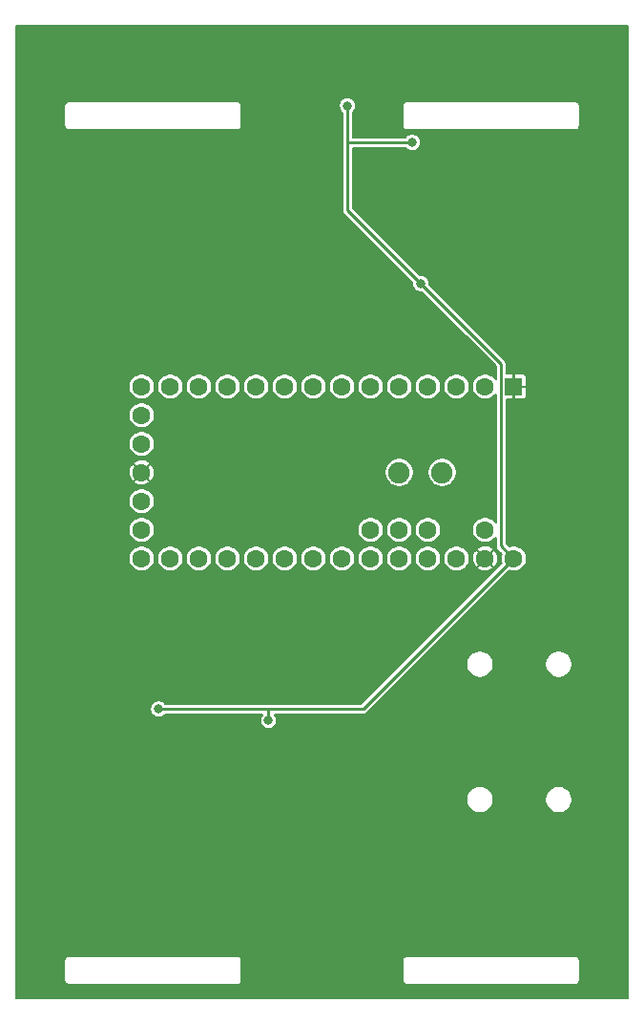
<source format=gbl>
G04 #@! TF.GenerationSoftware,KiCad,Pcbnew,(5.1.4)-1*
G04 #@! TF.CreationDate,2019-10-14T19:51:17-04:00*
G04 #@! TF.ProjectId,badger-badge,62616467-6572-42d6-9261-6467652e6b69,rev?*
G04 #@! TF.SameCoordinates,Original*
G04 #@! TF.FileFunction,Copper,L2,Bot*
G04 #@! TF.FilePolarity,Positive*
%FSLAX46Y46*%
G04 Gerber Fmt 4.6, Leading zero omitted, Abs format (unit mm)*
G04 Created by KiCad (PCBNEW (5.1.4)-1) date 2019-10-14 19:51:17*
%MOMM*%
%LPD*%
G04 APERTURE LIST*
%ADD10C,1.900000*%
%ADD11R,1.600000X1.600000*%
%ADD12C,1.600000*%
%ADD13C,0.800000*%
%ADD14C,0.250000*%
%ADD15C,0.200000*%
G04 APERTURE END LIST*
D10*
X88160000Y-90000000D03*
X84350000Y-90000000D03*
D11*
X94510000Y-82380000D03*
D12*
X91970000Y-82380000D03*
X89430000Y-82380000D03*
X86890000Y-82380000D03*
X84350000Y-82380000D03*
X81810000Y-82380000D03*
X79270000Y-82380000D03*
X76730000Y-82380000D03*
X74190000Y-82380000D03*
X71650000Y-82380000D03*
X69110000Y-82380000D03*
X66570000Y-82380000D03*
X64030000Y-82380000D03*
X81810000Y-95080000D03*
X84350000Y-95080000D03*
X86890000Y-95080000D03*
X91970000Y-95080000D03*
X94510000Y-97620000D03*
X91970000Y-97620000D03*
X89430000Y-97620000D03*
X86890000Y-97620000D03*
X84350000Y-97620000D03*
X81810000Y-97620000D03*
X79270000Y-97620000D03*
X76730000Y-97620000D03*
X74190000Y-97620000D03*
X71650000Y-97620000D03*
X69110000Y-97620000D03*
X66570000Y-97620000D03*
X64030000Y-97620000D03*
X61490000Y-82380000D03*
X61490000Y-84920000D03*
X61490000Y-87460000D03*
X61490000Y-97620000D03*
X61490000Y-95080000D03*
X61490000Y-92540000D03*
X61490000Y-90000000D03*
D13*
X99600000Y-100800000D03*
X63000000Y-113400000D03*
X60400000Y-106000000D03*
X63000000Y-110969998D03*
X72750000Y-112000000D03*
X86250000Y-73250000D03*
X79750000Y-57500000D03*
X85500000Y-60750000D03*
D14*
X81160002Y-110969998D02*
X94510000Y-97620000D01*
X72750000Y-111000000D02*
X72780002Y-110969998D01*
X72750000Y-112000000D02*
X72750000Y-111000000D01*
X63000000Y-110969998D02*
X72780002Y-110969998D01*
X72780002Y-110969998D02*
X81160002Y-110969998D01*
X93384999Y-80384999D02*
X86250000Y-73250000D01*
X94510000Y-97620000D02*
X93384999Y-96494999D01*
X93384999Y-96494999D02*
X93384999Y-80384999D01*
X79750000Y-66750000D02*
X86250000Y-73250000D01*
X79750000Y-60750000D02*
X85500000Y-60750000D01*
X79750000Y-57500000D02*
X79750000Y-60750000D01*
X79750000Y-60750000D02*
X79750000Y-66750000D01*
D15*
G36*
X104621001Y-136621000D02*
G01*
X50379000Y-136621000D01*
X50379000Y-133250000D01*
X54619167Y-133250000D01*
X54621000Y-133268610D01*
X54621001Y-134981380D01*
X54619167Y-135000000D01*
X54626485Y-135074297D01*
X54648156Y-135145738D01*
X54683349Y-135211579D01*
X54730710Y-135269290D01*
X54788421Y-135316651D01*
X54854262Y-135351844D01*
X54925703Y-135373515D01*
X54981390Y-135379000D01*
X55000000Y-135380833D01*
X55018610Y-135379000D01*
X69981390Y-135379000D01*
X70000000Y-135380833D01*
X70018610Y-135379000D01*
X70074297Y-135373515D01*
X70145738Y-135351844D01*
X70211579Y-135316651D01*
X70269290Y-135269290D01*
X70316651Y-135211579D01*
X70351844Y-135145738D01*
X70373515Y-135074297D01*
X70380833Y-135000000D01*
X70379000Y-134981390D01*
X70379000Y-133268610D01*
X70380833Y-133250000D01*
X84619167Y-133250000D01*
X84621000Y-133268610D01*
X84621001Y-134981380D01*
X84619167Y-135000000D01*
X84626485Y-135074297D01*
X84648156Y-135145738D01*
X84683349Y-135211579D01*
X84730710Y-135269290D01*
X84788421Y-135316651D01*
X84854262Y-135351844D01*
X84925703Y-135373515D01*
X84981390Y-135379000D01*
X85000000Y-135380833D01*
X85018610Y-135379000D01*
X99981390Y-135379000D01*
X100000000Y-135380833D01*
X100018610Y-135379000D01*
X100074297Y-135373515D01*
X100145738Y-135351844D01*
X100211579Y-135316651D01*
X100269290Y-135269290D01*
X100316651Y-135211579D01*
X100351844Y-135145738D01*
X100373515Y-135074297D01*
X100380833Y-135000000D01*
X100379000Y-134981390D01*
X100379000Y-133268610D01*
X100380833Y-133250000D01*
X100373515Y-133175703D01*
X100351844Y-133104262D01*
X100316651Y-133038421D01*
X100269290Y-132980710D01*
X100211579Y-132933349D01*
X100145738Y-132898156D01*
X100074297Y-132876485D01*
X100018610Y-132871000D01*
X100000000Y-132869167D01*
X99981390Y-132871000D01*
X85018610Y-132871000D01*
X85000000Y-132869167D01*
X84981390Y-132871000D01*
X84925703Y-132876485D01*
X84854262Y-132898156D01*
X84788421Y-132933349D01*
X84730710Y-132980710D01*
X84683349Y-133038421D01*
X84648156Y-133104262D01*
X84626485Y-133175703D01*
X84619167Y-133250000D01*
X70380833Y-133250000D01*
X70373515Y-133175703D01*
X70351844Y-133104262D01*
X70316651Y-133038421D01*
X70269290Y-132980710D01*
X70211579Y-132933349D01*
X70145738Y-132898156D01*
X70074297Y-132876485D01*
X70018610Y-132871000D01*
X70000000Y-132869167D01*
X69981390Y-132871000D01*
X55018610Y-132871000D01*
X55000000Y-132869167D01*
X54981390Y-132871000D01*
X54925703Y-132876485D01*
X54854262Y-132898156D01*
X54788421Y-132933349D01*
X54730710Y-132980710D01*
X54683349Y-133038421D01*
X54648156Y-133104262D01*
X54626485Y-133175703D01*
X54619167Y-133250000D01*
X50379000Y-133250000D01*
X50379000Y-118881416D01*
X90296000Y-118881416D01*
X90296000Y-119118584D01*
X90342269Y-119351194D01*
X90433029Y-119570308D01*
X90564792Y-119767505D01*
X90732495Y-119935208D01*
X90929692Y-120066971D01*
X91148806Y-120157731D01*
X91381416Y-120204000D01*
X91618584Y-120204000D01*
X91851194Y-120157731D01*
X92070308Y-120066971D01*
X92267505Y-119935208D01*
X92435208Y-119767505D01*
X92566971Y-119570308D01*
X92657731Y-119351194D01*
X92704000Y-119118584D01*
X92704000Y-118881416D01*
X97296000Y-118881416D01*
X97296000Y-119118584D01*
X97342269Y-119351194D01*
X97433029Y-119570308D01*
X97564792Y-119767505D01*
X97732495Y-119935208D01*
X97929692Y-120066971D01*
X98148806Y-120157731D01*
X98381416Y-120204000D01*
X98618584Y-120204000D01*
X98851194Y-120157731D01*
X99070308Y-120066971D01*
X99267505Y-119935208D01*
X99435208Y-119767505D01*
X99566971Y-119570308D01*
X99657731Y-119351194D01*
X99704000Y-119118584D01*
X99704000Y-118881416D01*
X99657731Y-118648806D01*
X99566971Y-118429692D01*
X99435208Y-118232495D01*
X99267505Y-118064792D01*
X99070308Y-117933029D01*
X98851194Y-117842269D01*
X98618584Y-117796000D01*
X98381416Y-117796000D01*
X98148806Y-117842269D01*
X97929692Y-117933029D01*
X97732495Y-118064792D01*
X97564792Y-118232495D01*
X97433029Y-118429692D01*
X97342269Y-118648806D01*
X97296000Y-118881416D01*
X92704000Y-118881416D01*
X92657731Y-118648806D01*
X92566971Y-118429692D01*
X92435208Y-118232495D01*
X92267505Y-118064792D01*
X92070308Y-117933029D01*
X91851194Y-117842269D01*
X91618584Y-117796000D01*
X91381416Y-117796000D01*
X91148806Y-117842269D01*
X90929692Y-117933029D01*
X90732495Y-118064792D01*
X90564792Y-118232495D01*
X90433029Y-118429692D01*
X90342269Y-118648806D01*
X90296000Y-118881416D01*
X50379000Y-118881416D01*
X50379000Y-110895736D01*
X62246000Y-110895736D01*
X62246000Y-111044260D01*
X62274976Y-111189932D01*
X62331814Y-111327151D01*
X62414330Y-111450645D01*
X62519353Y-111555668D01*
X62642847Y-111638184D01*
X62780066Y-111695022D01*
X62925738Y-111723998D01*
X63074262Y-111723998D01*
X63219934Y-111695022D01*
X63357153Y-111638184D01*
X63480647Y-111555668D01*
X63585670Y-111450645D01*
X63586770Y-111448998D01*
X72234685Y-111448998D01*
X72164330Y-111519353D01*
X72081814Y-111642847D01*
X72024976Y-111780066D01*
X71996000Y-111925738D01*
X71996000Y-112074262D01*
X72024976Y-112219934D01*
X72081814Y-112357153D01*
X72164330Y-112480647D01*
X72269353Y-112585670D01*
X72392847Y-112668186D01*
X72530066Y-112725024D01*
X72675738Y-112754000D01*
X72824262Y-112754000D01*
X72969934Y-112725024D01*
X73107153Y-112668186D01*
X73230647Y-112585670D01*
X73335670Y-112480647D01*
X73418186Y-112357153D01*
X73475024Y-112219934D01*
X73504000Y-112074262D01*
X73504000Y-111925738D01*
X73475024Y-111780066D01*
X73418186Y-111642847D01*
X73335670Y-111519353D01*
X73265315Y-111448998D01*
X81136479Y-111448998D01*
X81160002Y-111451315D01*
X81183525Y-111448998D01*
X81183528Y-111448998D01*
X81253902Y-111442067D01*
X81344194Y-111414677D01*
X81427407Y-111370198D01*
X81500345Y-111310341D01*
X81515349Y-111292058D01*
X85925991Y-106881416D01*
X90296000Y-106881416D01*
X90296000Y-107118584D01*
X90342269Y-107351194D01*
X90433029Y-107570308D01*
X90564792Y-107767505D01*
X90732495Y-107935208D01*
X90929692Y-108066971D01*
X91148806Y-108157731D01*
X91381416Y-108204000D01*
X91618584Y-108204000D01*
X91851194Y-108157731D01*
X92070308Y-108066971D01*
X92267505Y-107935208D01*
X92435208Y-107767505D01*
X92566971Y-107570308D01*
X92657731Y-107351194D01*
X92704000Y-107118584D01*
X92704000Y-106881416D01*
X97296000Y-106881416D01*
X97296000Y-107118584D01*
X97342269Y-107351194D01*
X97433029Y-107570308D01*
X97564792Y-107767505D01*
X97732495Y-107935208D01*
X97929692Y-108066971D01*
X98148806Y-108157731D01*
X98381416Y-108204000D01*
X98618584Y-108204000D01*
X98851194Y-108157731D01*
X99070308Y-108066971D01*
X99267505Y-107935208D01*
X99435208Y-107767505D01*
X99566971Y-107570308D01*
X99657731Y-107351194D01*
X99704000Y-107118584D01*
X99704000Y-106881416D01*
X99657731Y-106648806D01*
X99566971Y-106429692D01*
X99435208Y-106232495D01*
X99267505Y-106064792D01*
X99070308Y-105933029D01*
X98851194Y-105842269D01*
X98618584Y-105796000D01*
X98381416Y-105796000D01*
X98148806Y-105842269D01*
X97929692Y-105933029D01*
X97732495Y-106064792D01*
X97564792Y-106232495D01*
X97433029Y-106429692D01*
X97342269Y-106648806D01*
X97296000Y-106881416D01*
X92704000Y-106881416D01*
X92657731Y-106648806D01*
X92566971Y-106429692D01*
X92435208Y-106232495D01*
X92267505Y-106064792D01*
X92070308Y-105933029D01*
X91851194Y-105842269D01*
X91618584Y-105796000D01*
X91381416Y-105796000D01*
X91148806Y-105842269D01*
X90929692Y-105933029D01*
X90732495Y-106064792D01*
X90564792Y-106232495D01*
X90433029Y-106429692D01*
X90342269Y-106648806D01*
X90296000Y-106881416D01*
X85925991Y-106881416D01*
X94105766Y-98701642D01*
X94173391Y-98729653D01*
X94396341Y-98774000D01*
X94623659Y-98774000D01*
X94846609Y-98729653D01*
X95056624Y-98642662D01*
X95245632Y-98516371D01*
X95406371Y-98355632D01*
X95532662Y-98166624D01*
X95619653Y-97956609D01*
X95664000Y-97733659D01*
X95664000Y-97506341D01*
X95619653Y-97283391D01*
X95532662Y-97073376D01*
X95406371Y-96884368D01*
X95245632Y-96723629D01*
X95056624Y-96597338D01*
X94846609Y-96510347D01*
X94623659Y-96466000D01*
X94396341Y-96466000D01*
X94173391Y-96510347D01*
X94105766Y-96538358D01*
X93863999Y-96296592D01*
X93863999Y-83535341D01*
X94419900Y-83534000D01*
X94508400Y-83445500D01*
X94508400Y-82381600D01*
X94511600Y-82381600D01*
X94511600Y-83445500D01*
X94600100Y-83534000D01*
X95310000Y-83535713D01*
X95379396Y-83528878D01*
X95446125Y-83508636D01*
X95507624Y-83475765D01*
X95561527Y-83431527D01*
X95605765Y-83377624D01*
X95638636Y-83316125D01*
X95658878Y-83249396D01*
X95665713Y-83180000D01*
X95664000Y-82470100D01*
X95575500Y-82381600D01*
X94511600Y-82381600D01*
X94508400Y-82381600D01*
X94488400Y-82381600D01*
X94488400Y-82378400D01*
X94508400Y-82378400D01*
X94508400Y-81314500D01*
X94511600Y-81314500D01*
X94511600Y-82378400D01*
X95575500Y-82378400D01*
X95664000Y-82289900D01*
X95665713Y-81580000D01*
X95658878Y-81510604D01*
X95638636Y-81443875D01*
X95605765Y-81382376D01*
X95561527Y-81328473D01*
X95507624Y-81284235D01*
X95446125Y-81251364D01*
X95379396Y-81231122D01*
X95310000Y-81224287D01*
X94600100Y-81226000D01*
X94511600Y-81314500D01*
X94508400Y-81314500D01*
X94419900Y-81226000D01*
X93863999Y-81224659D01*
X93863999Y-80408519D01*
X93866316Y-80384998D01*
X93863999Y-80361473D01*
X93857068Y-80291099D01*
X93829678Y-80200807D01*
X93816185Y-80175564D01*
X93785199Y-80117592D01*
X93740338Y-80062929D01*
X93740337Y-80062928D01*
X93725342Y-80044656D01*
X93707070Y-80029661D01*
X87003613Y-73326206D01*
X87004000Y-73324262D01*
X87004000Y-73175738D01*
X86975024Y-73030066D01*
X86918186Y-72892847D01*
X86835670Y-72769353D01*
X86730647Y-72664330D01*
X86607153Y-72581814D01*
X86469934Y-72524976D01*
X86324262Y-72496000D01*
X86175738Y-72496000D01*
X86173795Y-72496387D01*
X80229000Y-66551593D01*
X80229000Y-61229000D01*
X84913230Y-61229000D01*
X84914330Y-61230647D01*
X85019353Y-61335670D01*
X85142847Y-61418186D01*
X85280066Y-61475024D01*
X85425738Y-61504000D01*
X85574262Y-61504000D01*
X85719934Y-61475024D01*
X85857153Y-61418186D01*
X85980647Y-61335670D01*
X86085670Y-61230647D01*
X86168186Y-61107153D01*
X86225024Y-60969934D01*
X86254000Y-60824262D01*
X86254000Y-60675738D01*
X86225024Y-60530066D01*
X86168186Y-60392847D01*
X86085670Y-60269353D01*
X85980647Y-60164330D01*
X85857153Y-60081814D01*
X85719934Y-60024976D01*
X85574262Y-59996000D01*
X85425738Y-59996000D01*
X85280066Y-60024976D01*
X85142847Y-60081814D01*
X85019353Y-60164330D01*
X84914330Y-60269353D01*
X84913230Y-60271000D01*
X80229000Y-60271000D01*
X80229000Y-58086770D01*
X80230647Y-58085670D01*
X80335670Y-57980647D01*
X80418186Y-57857153D01*
X80475024Y-57719934D01*
X80504000Y-57574262D01*
X80504000Y-57500000D01*
X84619167Y-57500000D01*
X84621000Y-57518610D01*
X84621001Y-59231380D01*
X84619167Y-59250000D01*
X84626485Y-59324297D01*
X84648156Y-59395738D01*
X84683349Y-59461579D01*
X84730710Y-59519290D01*
X84788421Y-59566651D01*
X84854262Y-59601844D01*
X84925703Y-59623515D01*
X84981390Y-59629000D01*
X85000000Y-59630833D01*
X85018610Y-59629000D01*
X99981390Y-59629000D01*
X100000000Y-59630833D01*
X100018610Y-59629000D01*
X100074297Y-59623515D01*
X100145738Y-59601844D01*
X100211579Y-59566651D01*
X100269290Y-59519290D01*
X100316651Y-59461579D01*
X100351844Y-59395738D01*
X100373515Y-59324297D01*
X100380833Y-59250000D01*
X100379000Y-59231390D01*
X100379000Y-57518610D01*
X100380833Y-57500000D01*
X100373515Y-57425703D01*
X100351844Y-57354262D01*
X100316651Y-57288421D01*
X100269290Y-57230710D01*
X100211579Y-57183349D01*
X100145738Y-57148156D01*
X100074297Y-57126485D01*
X100018610Y-57121000D01*
X100000000Y-57119167D01*
X99981390Y-57121000D01*
X85018610Y-57121000D01*
X85000000Y-57119167D01*
X84981390Y-57121000D01*
X84925703Y-57126485D01*
X84854262Y-57148156D01*
X84788421Y-57183349D01*
X84730710Y-57230710D01*
X84683349Y-57288421D01*
X84648156Y-57354262D01*
X84626485Y-57425703D01*
X84619167Y-57500000D01*
X80504000Y-57500000D01*
X80504000Y-57425738D01*
X80475024Y-57280066D01*
X80418186Y-57142847D01*
X80335670Y-57019353D01*
X80230647Y-56914330D01*
X80107153Y-56831814D01*
X79969934Y-56774976D01*
X79824262Y-56746000D01*
X79675738Y-56746000D01*
X79530066Y-56774976D01*
X79392847Y-56831814D01*
X79269353Y-56914330D01*
X79164330Y-57019353D01*
X79081814Y-57142847D01*
X79024976Y-57280066D01*
X78996000Y-57425738D01*
X78996000Y-57574262D01*
X79024976Y-57719934D01*
X79081814Y-57857153D01*
X79164330Y-57980647D01*
X79269353Y-58085670D01*
X79271000Y-58086771D01*
X79271001Y-60726464D01*
X79268683Y-60750000D01*
X79271000Y-60773526D01*
X79271001Y-66726467D01*
X79268683Y-66750000D01*
X79277932Y-66843900D01*
X79305322Y-66934192D01*
X79349800Y-67017405D01*
X79379978Y-67054176D01*
X79409658Y-67090343D01*
X79427936Y-67105343D01*
X85496387Y-73173795D01*
X85496000Y-73175738D01*
X85496000Y-73324262D01*
X85524976Y-73469934D01*
X85581814Y-73607153D01*
X85664330Y-73730647D01*
X85769353Y-73835670D01*
X85892847Y-73918186D01*
X86030066Y-73975024D01*
X86175738Y-74004000D01*
X86324262Y-74004000D01*
X86326206Y-74003613D01*
X92906000Y-80583409D01*
X92906000Y-81703677D01*
X92866371Y-81644368D01*
X92705632Y-81483629D01*
X92516624Y-81357338D01*
X92306609Y-81270347D01*
X92083659Y-81226000D01*
X91856341Y-81226000D01*
X91633391Y-81270347D01*
X91423376Y-81357338D01*
X91234368Y-81483629D01*
X91073629Y-81644368D01*
X90947338Y-81833376D01*
X90860347Y-82043391D01*
X90816000Y-82266341D01*
X90816000Y-82493659D01*
X90860347Y-82716609D01*
X90947338Y-82926624D01*
X91073629Y-83115632D01*
X91234368Y-83276371D01*
X91423376Y-83402662D01*
X91633391Y-83489653D01*
X91856341Y-83534000D01*
X92083659Y-83534000D01*
X92306609Y-83489653D01*
X92516624Y-83402662D01*
X92705632Y-83276371D01*
X92866371Y-83115632D01*
X92906000Y-83056323D01*
X92905999Y-94403676D01*
X92866371Y-94344368D01*
X92705632Y-94183629D01*
X92516624Y-94057338D01*
X92306609Y-93970347D01*
X92083659Y-93926000D01*
X91856341Y-93926000D01*
X91633391Y-93970347D01*
X91423376Y-94057338D01*
X91234368Y-94183629D01*
X91073629Y-94344368D01*
X90947338Y-94533376D01*
X90860347Y-94743391D01*
X90816000Y-94966341D01*
X90816000Y-95193659D01*
X90860347Y-95416609D01*
X90947338Y-95626624D01*
X91073629Y-95815632D01*
X91234368Y-95976371D01*
X91423376Y-96102662D01*
X91633391Y-96189653D01*
X91856341Y-96234000D01*
X92083659Y-96234000D01*
X92306609Y-96189653D01*
X92516624Y-96102662D01*
X92705632Y-95976371D01*
X92866371Y-95815632D01*
X92905999Y-95756324D01*
X92905999Y-96471476D01*
X92903682Y-96494999D01*
X92905999Y-96518522D01*
X92905999Y-96518524D01*
X92912930Y-96588898D01*
X92940320Y-96679190D01*
X92984799Y-96762404D01*
X93044656Y-96835342D01*
X93062939Y-96850346D01*
X93428358Y-97215766D01*
X93400347Y-97283391D01*
X93356000Y-97506341D01*
X93356000Y-97733659D01*
X93400347Y-97956609D01*
X93428358Y-98024234D01*
X80961595Y-110490998D01*
X72803522Y-110490998D01*
X72780001Y-110488681D01*
X72756481Y-110490998D01*
X63586770Y-110490998D01*
X63585670Y-110489351D01*
X63480647Y-110384328D01*
X63357153Y-110301812D01*
X63219934Y-110244974D01*
X63074262Y-110215998D01*
X62925738Y-110215998D01*
X62780066Y-110244974D01*
X62642847Y-110301812D01*
X62519353Y-110384328D01*
X62414330Y-110489351D01*
X62331814Y-110612845D01*
X62274976Y-110750064D01*
X62246000Y-110895736D01*
X50379000Y-110895736D01*
X50379000Y-97506341D01*
X60336000Y-97506341D01*
X60336000Y-97733659D01*
X60380347Y-97956609D01*
X60467338Y-98166624D01*
X60593629Y-98355632D01*
X60754368Y-98516371D01*
X60943376Y-98642662D01*
X61153391Y-98729653D01*
X61376341Y-98774000D01*
X61603659Y-98774000D01*
X61826609Y-98729653D01*
X62036624Y-98642662D01*
X62225632Y-98516371D01*
X62386371Y-98355632D01*
X62512662Y-98166624D01*
X62599653Y-97956609D01*
X62644000Y-97733659D01*
X62644000Y-97506341D01*
X62876000Y-97506341D01*
X62876000Y-97733659D01*
X62920347Y-97956609D01*
X63007338Y-98166624D01*
X63133629Y-98355632D01*
X63294368Y-98516371D01*
X63483376Y-98642662D01*
X63693391Y-98729653D01*
X63916341Y-98774000D01*
X64143659Y-98774000D01*
X64366609Y-98729653D01*
X64576624Y-98642662D01*
X64765632Y-98516371D01*
X64926371Y-98355632D01*
X65052662Y-98166624D01*
X65139653Y-97956609D01*
X65184000Y-97733659D01*
X65184000Y-97506341D01*
X65416000Y-97506341D01*
X65416000Y-97733659D01*
X65460347Y-97956609D01*
X65547338Y-98166624D01*
X65673629Y-98355632D01*
X65834368Y-98516371D01*
X66023376Y-98642662D01*
X66233391Y-98729653D01*
X66456341Y-98774000D01*
X66683659Y-98774000D01*
X66906609Y-98729653D01*
X67116624Y-98642662D01*
X67305632Y-98516371D01*
X67466371Y-98355632D01*
X67592662Y-98166624D01*
X67679653Y-97956609D01*
X67724000Y-97733659D01*
X67724000Y-97506341D01*
X67956000Y-97506341D01*
X67956000Y-97733659D01*
X68000347Y-97956609D01*
X68087338Y-98166624D01*
X68213629Y-98355632D01*
X68374368Y-98516371D01*
X68563376Y-98642662D01*
X68773391Y-98729653D01*
X68996341Y-98774000D01*
X69223659Y-98774000D01*
X69446609Y-98729653D01*
X69656624Y-98642662D01*
X69845632Y-98516371D01*
X70006371Y-98355632D01*
X70132662Y-98166624D01*
X70219653Y-97956609D01*
X70264000Y-97733659D01*
X70264000Y-97506341D01*
X70496000Y-97506341D01*
X70496000Y-97733659D01*
X70540347Y-97956609D01*
X70627338Y-98166624D01*
X70753629Y-98355632D01*
X70914368Y-98516371D01*
X71103376Y-98642662D01*
X71313391Y-98729653D01*
X71536341Y-98774000D01*
X71763659Y-98774000D01*
X71986609Y-98729653D01*
X72196624Y-98642662D01*
X72385632Y-98516371D01*
X72546371Y-98355632D01*
X72672662Y-98166624D01*
X72759653Y-97956609D01*
X72804000Y-97733659D01*
X72804000Y-97506341D01*
X73036000Y-97506341D01*
X73036000Y-97733659D01*
X73080347Y-97956609D01*
X73167338Y-98166624D01*
X73293629Y-98355632D01*
X73454368Y-98516371D01*
X73643376Y-98642662D01*
X73853391Y-98729653D01*
X74076341Y-98774000D01*
X74303659Y-98774000D01*
X74526609Y-98729653D01*
X74736624Y-98642662D01*
X74925632Y-98516371D01*
X75086371Y-98355632D01*
X75212662Y-98166624D01*
X75299653Y-97956609D01*
X75344000Y-97733659D01*
X75344000Y-97506341D01*
X75576000Y-97506341D01*
X75576000Y-97733659D01*
X75620347Y-97956609D01*
X75707338Y-98166624D01*
X75833629Y-98355632D01*
X75994368Y-98516371D01*
X76183376Y-98642662D01*
X76393391Y-98729653D01*
X76616341Y-98774000D01*
X76843659Y-98774000D01*
X77066609Y-98729653D01*
X77276624Y-98642662D01*
X77465632Y-98516371D01*
X77626371Y-98355632D01*
X77752662Y-98166624D01*
X77839653Y-97956609D01*
X77884000Y-97733659D01*
X77884000Y-97506341D01*
X78116000Y-97506341D01*
X78116000Y-97733659D01*
X78160347Y-97956609D01*
X78247338Y-98166624D01*
X78373629Y-98355632D01*
X78534368Y-98516371D01*
X78723376Y-98642662D01*
X78933391Y-98729653D01*
X79156341Y-98774000D01*
X79383659Y-98774000D01*
X79606609Y-98729653D01*
X79816624Y-98642662D01*
X80005632Y-98516371D01*
X80166371Y-98355632D01*
X80292662Y-98166624D01*
X80379653Y-97956609D01*
X80424000Y-97733659D01*
X80424000Y-97506341D01*
X80656000Y-97506341D01*
X80656000Y-97733659D01*
X80700347Y-97956609D01*
X80787338Y-98166624D01*
X80913629Y-98355632D01*
X81074368Y-98516371D01*
X81263376Y-98642662D01*
X81473391Y-98729653D01*
X81696341Y-98774000D01*
X81923659Y-98774000D01*
X82146609Y-98729653D01*
X82356624Y-98642662D01*
X82545632Y-98516371D01*
X82706371Y-98355632D01*
X82832662Y-98166624D01*
X82919653Y-97956609D01*
X82964000Y-97733659D01*
X82964000Y-97506341D01*
X83196000Y-97506341D01*
X83196000Y-97733659D01*
X83240347Y-97956609D01*
X83327338Y-98166624D01*
X83453629Y-98355632D01*
X83614368Y-98516371D01*
X83803376Y-98642662D01*
X84013391Y-98729653D01*
X84236341Y-98774000D01*
X84463659Y-98774000D01*
X84686609Y-98729653D01*
X84896624Y-98642662D01*
X85085632Y-98516371D01*
X85246371Y-98355632D01*
X85372662Y-98166624D01*
X85459653Y-97956609D01*
X85504000Y-97733659D01*
X85504000Y-97506341D01*
X85736000Y-97506341D01*
X85736000Y-97733659D01*
X85780347Y-97956609D01*
X85867338Y-98166624D01*
X85993629Y-98355632D01*
X86154368Y-98516371D01*
X86343376Y-98642662D01*
X86553391Y-98729653D01*
X86776341Y-98774000D01*
X87003659Y-98774000D01*
X87226609Y-98729653D01*
X87436624Y-98642662D01*
X87625632Y-98516371D01*
X87786371Y-98355632D01*
X87912662Y-98166624D01*
X87999653Y-97956609D01*
X88044000Y-97733659D01*
X88044000Y-97506341D01*
X88276000Y-97506341D01*
X88276000Y-97733659D01*
X88320347Y-97956609D01*
X88407338Y-98166624D01*
X88533629Y-98355632D01*
X88694368Y-98516371D01*
X88883376Y-98642662D01*
X89093391Y-98729653D01*
X89316341Y-98774000D01*
X89543659Y-98774000D01*
X89766609Y-98729653D01*
X89976624Y-98642662D01*
X90165632Y-98516371D01*
X90303502Y-98378501D01*
X91213761Y-98378501D01*
X91289709Y-98559063D01*
X91485982Y-98673737D01*
X91700856Y-98747917D01*
X91926073Y-98778751D01*
X92152978Y-98765056D01*
X92372852Y-98707357D01*
X92577244Y-98607871D01*
X92650291Y-98559063D01*
X92726239Y-98378501D01*
X91970000Y-97622263D01*
X91213761Y-98378501D01*
X90303502Y-98378501D01*
X90326371Y-98355632D01*
X90452662Y-98166624D01*
X90539653Y-97956609D01*
X90584000Y-97733659D01*
X90584000Y-97576073D01*
X90811249Y-97576073D01*
X90824944Y-97802978D01*
X90882643Y-98022852D01*
X90982129Y-98227244D01*
X91030937Y-98300291D01*
X91211499Y-98376239D01*
X91967737Y-97620000D01*
X91972263Y-97620000D01*
X92728501Y-98376239D01*
X92909063Y-98300291D01*
X93023737Y-98104018D01*
X93097917Y-97889144D01*
X93128751Y-97663927D01*
X93115056Y-97437022D01*
X93057357Y-97217148D01*
X92957871Y-97012756D01*
X92909063Y-96939709D01*
X92728501Y-96863761D01*
X91972263Y-97620000D01*
X91967737Y-97620000D01*
X91211499Y-96863761D01*
X91030937Y-96939709D01*
X90916263Y-97135982D01*
X90842083Y-97350856D01*
X90811249Y-97576073D01*
X90584000Y-97576073D01*
X90584000Y-97506341D01*
X90539653Y-97283391D01*
X90452662Y-97073376D01*
X90326371Y-96884368D01*
X90303502Y-96861499D01*
X91213761Y-96861499D01*
X91970000Y-97617737D01*
X92726239Y-96861499D01*
X92650291Y-96680937D01*
X92454018Y-96566263D01*
X92239144Y-96492083D01*
X92013927Y-96461249D01*
X91787022Y-96474944D01*
X91567148Y-96532643D01*
X91362756Y-96632129D01*
X91289709Y-96680937D01*
X91213761Y-96861499D01*
X90303502Y-96861499D01*
X90165632Y-96723629D01*
X89976624Y-96597338D01*
X89766609Y-96510347D01*
X89543659Y-96466000D01*
X89316341Y-96466000D01*
X89093391Y-96510347D01*
X88883376Y-96597338D01*
X88694368Y-96723629D01*
X88533629Y-96884368D01*
X88407338Y-97073376D01*
X88320347Y-97283391D01*
X88276000Y-97506341D01*
X88044000Y-97506341D01*
X87999653Y-97283391D01*
X87912662Y-97073376D01*
X87786371Y-96884368D01*
X87625632Y-96723629D01*
X87436624Y-96597338D01*
X87226609Y-96510347D01*
X87003659Y-96466000D01*
X86776341Y-96466000D01*
X86553391Y-96510347D01*
X86343376Y-96597338D01*
X86154368Y-96723629D01*
X85993629Y-96884368D01*
X85867338Y-97073376D01*
X85780347Y-97283391D01*
X85736000Y-97506341D01*
X85504000Y-97506341D01*
X85459653Y-97283391D01*
X85372662Y-97073376D01*
X85246371Y-96884368D01*
X85085632Y-96723629D01*
X84896624Y-96597338D01*
X84686609Y-96510347D01*
X84463659Y-96466000D01*
X84236341Y-96466000D01*
X84013391Y-96510347D01*
X83803376Y-96597338D01*
X83614368Y-96723629D01*
X83453629Y-96884368D01*
X83327338Y-97073376D01*
X83240347Y-97283391D01*
X83196000Y-97506341D01*
X82964000Y-97506341D01*
X82919653Y-97283391D01*
X82832662Y-97073376D01*
X82706371Y-96884368D01*
X82545632Y-96723629D01*
X82356624Y-96597338D01*
X82146609Y-96510347D01*
X81923659Y-96466000D01*
X81696341Y-96466000D01*
X81473391Y-96510347D01*
X81263376Y-96597338D01*
X81074368Y-96723629D01*
X80913629Y-96884368D01*
X80787338Y-97073376D01*
X80700347Y-97283391D01*
X80656000Y-97506341D01*
X80424000Y-97506341D01*
X80379653Y-97283391D01*
X80292662Y-97073376D01*
X80166371Y-96884368D01*
X80005632Y-96723629D01*
X79816624Y-96597338D01*
X79606609Y-96510347D01*
X79383659Y-96466000D01*
X79156341Y-96466000D01*
X78933391Y-96510347D01*
X78723376Y-96597338D01*
X78534368Y-96723629D01*
X78373629Y-96884368D01*
X78247338Y-97073376D01*
X78160347Y-97283391D01*
X78116000Y-97506341D01*
X77884000Y-97506341D01*
X77839653Y-97283391D01*
X77752662Y-97073376D01*
X77626371Y-96884368D01*
X77465632Y-96723629D01*
X77276624Y-96597338D01*
X77066609Y-96510347D01*
X76843659Y-96466000D01*
X76616341Y-96466000D01*
X76393391Y-96510347D01*
X76183376Y-96597338D01*
X75994368Y-96723629D01*
X75833629Y-96884368D01*
X75707338Y-97073376D01*
X75620347Y-97283391D01*
X75576000Y-97506341D01*
X75344000Y-97506341D01*
X75299653Y-97283391D01*
X75212662Y-97073376D01*
X75086371Y-96884368D01*
X74925632Y-96723629D01*
X74736624Y-96597338D01*
X74526609Y-96510347D01*
X74303659Y-96466000D01*
X74076341Y-96466000D01*
X73853391Y-96510347D01*
X73643376Y-96597338D01*
X73454368Y-96723629D01*
X73293629Y-96884368D01*
X73167338Y-97073376D01*
X73080347Y-97283391D01*
X73036000Y-97506341D01*
X72804000Y-97506341D01*
X72759653Y-97283391D01*
X72672662Y-97073376D01*
X72546371Y-96884368D01*
X72385632Y-96723629D01*
X72196624Y-96597338D01*
X71986609Y-96510347D01*
X71763659Y-96466000D01*
X71536341Y-96466000D01*
X71313391Y-96510347D01*
X71103376Y-96597338D01*
X70914368Y-96723629D01*
X70753629Y-96884368D01*
X70627338Y-97073376D01*
X70540347Y-97283391D01*
X70496000Y-97506341D01*
X70264000Y-97506341D01*
X70219653Y-97283391D01*
X70132662Y-97073376D01*
X70006371Y-96884368D01*
X69845632Y-96723629D01*
X69656624Y-96597338D01*
X69446609Y-96510347D01*
X69223659Y-96466000D01*
X68996341Y-96466000D01*
X68773391Y-96510347D01*
X68563376Y-96597338D01*
X68374368Y-96723629D01*
X68213629Y-96884368D01*
X68087338Y-97073376D01*
X68000347Y-97283391D01*
X67956000Y-97506341D01*
X67724000Y-97506341D01*
X67679653Y-97283391D01*
X67592662Y-97073376D01*
X67466371Y-96884368D01*
X67305632Y-96723629D01*
X67116624Y-96597338D01*
X66906609Y-96510347D01*
X66683659Y-96466000D01*
X66456341Y-96466000D01*
X66233391Y-96510347D01*
X66023376Y-96597338D01*
X65834368Y-96723629D01*
X65673629Y-96884368D01*
X65547338Y-97073376D01*
X65460347Y-97283391D01*
X65416000Y-97506341D01*
X65184000Y-97506341D01*
X65139653Y-97283391D01*
X65052662Y-97073376D01*
X64926371Y-96884368D01*
X64765632Y-96723629D01*
X64576624Y-96597338D01*
X64366609Y-96510347D01*
X64143659Y-96466000D01*
X63916341Y-96466000D01*
X63693391Y-96510347D01*
X63483376Y-96597338D01*
X63294368Y-96723629D01*
X63133629Y-96884368D01*
X63007338Y-97073376D01*
X62920347Y-97283391D01*
X62876000Y-97506341D01*
X62644000Y-97506341D01*
X62599653Y-97283391D01*
X62512662Y-97073376D01*
X62386371Y-96884368D01*
X62225632Y-96723629D01*
X62036624Y-96597338D01*
X61826609Y-96510347D01*
X61603659Y-96466000D01*
X61376341Y-96466000D01*
X61153391Y-96510347D01*
X60943376Y-96597338D01*
X60754368Y-96723629D01*
X60593629Y-96884368D01*
X60467338Y-97073376D01*
X60380347Y-97283391D01*
X60336000Y-97506341D01*
X50379000Y-97506341D01*
X50379000Y-94966341D01*
X60336000Y-94966341D01*
X60336000Y-95193659D01*
X60380347Y-95416609D01*
X60467338Y-95626624D01*
X60593629Y-95815632D01*
X60754368Y-95976371D01*
X60943376Y-96102662D01*
X61153391Y-96189653D01*
X61376341Y-96234000D01*
X61603659Y-96234000D01*
X61826609Y-96189653D01*
X62036624Y-96102662D01*
X62225632Y-95976371D01*
X62386371Y-95815632D01*
X62512662Y-95626624D01*
X62599653Y-95416609D01*
X62644000Y-95193659D01*
X62644000Y-94966341D01*
X80656000Y-94966341D01*
X80656000Y-95193659D01*
X80700347Y-95416609D01*
X80787338Y-95626624D01*
X80913629Y-95815632D01*
X81074368Y-95976371D01*
X81263376Y-96102662D01*
X81473391Y-96189653D01*
X81696341Y-96234000D01*
X81923659Y-96234000D01*
X82146609Y-96189653D01*
X82356624Y-96102662D01*
X82545632Y-95976371D01*
X82706371Y-95815632D01*
X82832662Y-95626624D01*
X82919653Y-95416609D01*
X82964000Y-95193659D01*
X82964000Y-94966341D01*
X83196000Y-94966341D01*
X83196000Y-95193659D01*
X83240347Y-95416609D01*
X83327338Y-95626624D01*
X83453629Y-95815632D01*
X83614368Y-95976371D01*
X83803376Y-96102662D01*
X84013391Y-96189653D01*
X84236341Y-96234000D01*
X84463659Y-96234000D01*
X84686609Y-96189653D01*
X84896624Y-96102662D01*
X85085632Y-95976371D01*
X85246371Y-95815632D01*
X85372662Y-95626624D01*
X85459653Y-95416609D01*
X85504000Y-95193659D01*
X85504000Y-94966341D01*
X85736000Y-94966341D01*
X85736000Y-95193659D01*
X85780347Y-95416609D01*
X85867338Y-95626624D01*
X85993629Y-95815632D01*
X86154368Y-95976371D01*
X86343376Y-96102662D01*
X86553391Y-96189653D01*
X86776341Y-96234000D01*
X87003659Y-96234000D01*
X87226609Y-96189653D01*
X87436624Y-96102662D01*
X87625632Y-95976371D01*
X87786371Y-95815632D01*
X87912662Y-95626624D01*
X87999653Y-95416609D01*
X88044000Y-95193659D01*
X88044000Y-94966341D01*
X87999653Y-94743391D01*
X87912662Y-94533376D01*
X87786371Y-94344368D01*
X87625632Y-94183629D01*
X87436624Y-94057338D01*
X87226609Y-93970347D01*
X87003659Y-93926000D01*
X86776341Y-93926000D01*
X86553391Y-93970347D01*
X86343376Y-94057338D01*
X86154368Y-94183629D01*
X85993629Y-94344368D01*
X85867338Y-94533376D01*
X85780347Y-94743391D01*
X85736000Y-94966341D01*
X85504000Y-94966341D01*
X85459653Y-94743391D01*
X85372662Y-94533376D01*
X85246371Y-94344368D01*
X85085632Y-94183629D01*
X84896624Y-94057338D01*
X84686609Y-93970347D01*
X84463659Y-93926000D01*
X84236341Y-93926000D01*
X84013391Y-93970347D01*
X83803376Y-94057338D01*
X83614368Y-94183629D01*
X83453629Y-94344368D01*
X83327338Y-94533376D01*
X83240347Y-94743391D01*
X83196000Y-94966341D01*
X82964000Y-94966341D01*
X82919653Y-94743391D01*
X82832662Y-94533376D01*
X82706371Y-94344368D01*
X82545632Y-94183629D01*
X82356624Y-94057338D01*
X82146609Y-93970347D01*
X81923659Y-93926000D01*
X81696341Y-93926000D01*
X81473391Y-93970347D01*
X81263376Y-94057338D01*
X81074368Y-94183629D01*
X80913629Y-94344368D01*
X80787338Y-94533376D01*
X80700347Y-94743391D01*
X80656000Y-94966341D01*
X62644000Y-94966341D01*
X62599653Y-94743391D01*
X62512662Y-94533376D01*
X62386371Y-94344368D01*
X62225632Y-94183629D01*
X62036624Y-94057338D01*
X61826609Y-93970347D01*
X61603659Y-93926000D01*
X61376341Y-93926000D01*
X61153391Y-93970347D01*
X60943376Y-94057338D01*
X60754368Y-94183629D01*
X60593629Y-94344368D01*
X60467338Y-94533376D01*
X60380347Y-94743391D01*
X60336000Y-94966341D01*
X50379000Y-94966341D01*
X50379000Y-92426341D01*
X60336000Y-92426341D01*
X60336000Y-92653659D01*
X60380347Y-92876609D01*
X60467338Y-93086624D01*
X60593629Y-93275632D01*
X60754368Y-93436371D01*
X60943376Y-93562662D01*
X61153391Y-93649653D01*
X61376341Y-93694000D01*
X61603659Y-93694000D01*
X61826609Y-93649653D01*
X62036624Y-93562662D01*
X62225632Y-93436371D01*
X62386371Y-93275632D01*
X62512662Y-93086624D01*
X62599653Y-92876609D01*
X62644000Y-92653659D01*
X62644000Y-92426341D01*
X62599653Y-92203391D01*
X62512662Y-91993376D01*
X62386371Y-91804368D01*
X62225632Y-91643629D01*
X62036624Y-91517338D01*
X61826609Y-91430347D01*
X61603659Y-91386000D01*
X61376341Y-91386000D01*
X61153391Y-91430347D01*
X60943376Y-91517338D01*
X60754368Y-91643629D01*
X60593629Y-91804368D01*
X60467338Y-91993376D01*
X60380347Y-92203391D01*
X60336000Y-92426341D01*
X50379000Y-92426341D01*
X50379000Y-90758501D01*
X60733761Y-90758501D01*
X60809709Y-90939063D01*
X61005982Y-91053737D01*
X61220856Y-91127917D01*
X61446073Y-91158751D01*
X61672978Y-91145056D01*
X61892852Y-91087357D01*
X62097244Y-90987871D01*
X62170291Y-90939063D01*
X62246239Y-90758501D01*
X61490000Y-90002263D01*
X60733761Y-90758501D01*
X50379000Y-90758501D01*
X50379000Y-89956073D01*
X60331249Y-89956073D01*
X60344944Y-90182978D01*
X60402643Y-90402852D01*
X60502129Y-90607244D01*
X60550937Y-90680291D01*
X60731499Y-90756239D01*
X61487737Y-90000000D01*
X61492263Y-90000000D01*
X62248501Y-90756239D01*
X62429063Y-90680291D01*
X62543737Y-90484018D01*
X62617917Y-90269144D01*
X62648751Y-90043927D01*
X62638349Y-89871567D01*
X83046000Y-89871567D01*
X83046000Y-90128433D01*
X83096112Y-90380363D01*
X83194411Y-90617675D01*
X83337117Y-90831251D01*
X83518749Y-91012883D01*
X83732325Y-91155589D01*
X83969637Y-91253888D01*
X84221567Y-91304000D01*
X84478433Y-91304000D01*
X84730363Y-91253888D01*
X84967675Y-91155589D01*
X85181251Y-91012883D01*
X85362883Y-90831251D01*
X85505589Y-90617675D01*
X85603888Y-90380363D01*
X85654000Y-90128433D01*
X85654000Y-89871567D01*
X86856000Y-89871567D01*
X86856000Y-90128433D01*
X86906112Y-90380363D01*
X87004411Y-90617675D01*
X87147117Y-90831251D01*
X87328749Y-91012883D01*
X87542325Y-91155589D01*
X87779637Y-91253888D01*
X88031567Y-91304000D01*
X88288433Y-91304000D01*
X88540363Y-91253888D01*
X88777675Y-91155589D01*
X88991251Y-91012883D01*
X89172883Y-90831251D01*
X89315589Y-90617675D01*
X89413888Y-90380363D01*
X89464000Y-90128433D01*
X89464000Y-89871567D01*
X89413888Y-89619637D01*
X89315589Y-89382325D01*
X89172883Y-89168749D01*
X88991251Y-88987117D01*
X88777675Y-88844411D01*
X88540363Y-88746112D01*
X88288433Y-88696000D01*
X88031567Y-88696000D01*
X87779637Y-88746112D01*
X87542325Y-88844411D01*
X87328749Y-88987117D01*
X87147117Y-89168749D01*
X87004411Y-89382325D01*
X86906112Y-89619637D01*
X86856000Y-89871567D01*
X85654000Y-89871567D01*
X85603888Y-89619637D01*
X85505589Y-89382325D01*
X85362883Y-89168749D01*
X85181251Y-88987117D01*
X84967675Y-88844411D01*
X84730363Y-88746112D01*
X84478433Y-88696000D01*
X84221567Y-88696000D01*
X83969637Y-88746112D01*
X83732325Y-88844411D01*
X83518749Y-88987117D01*
X83337117Y-89168749D01*
X83194411Y-89382325D01*
X83096112Y-89619637D01*
X83046000Y-89871567D01*
X62638349Y-89871567D01*
X62635056Y-89817022D01*
X62577357Y-89597148D01*
X62477871Y-89392756D01*
X62429063Y-89319709D01*
X62248501Y-89243761D01*
X61492263Y-90000000D01*
X61487737Y-90000000D01*
X60731499Y-89243761D01*
X60550937Y-89319709D01*
X60436263Y-89515982D01*
X60362083Y-89730856D01*
X60331249Y-89956073D01*
X50379000Y-89956073D01*
X50379000Y-89241499D01*
X60733761Y-89241499D01*
X61490000Y-89997737D01*
X62246239Y-89241499D01*
X62170291Y-89060937D01*
X61974018Y-88946263D01*
X61759144Y-88872083D01*
X61533927Y-88841249D01*
X61307022Y-88854944D01*
X61087148Y-88912643D01*
X60882756Y-89012129D01*
X60809709Y-89060937D01*
X60733761Y-89241499D01*
X50379000Y-89241499D01*
X50379000Y-87346341D01*
X60336000Y-87346341D01*
X60336000Y-87573659D01*
X60380347Y-87796609D01*
X60467338Y-88006624D01*
X60593629Y-88195632D01*
X60754368Y-88356371D01*
X60943376Y-88482662D01*
X61153391Y-88569653D01*
X61376341Y-88614000D01*
X61603659Y-88614000D01*
X61826609Y-88569653D01*
X62036624Y-88482662D01*
X62225632Y-88356371D01*
X62386371Y-88195632D01*
X62512662Y-88006624D01*
X62599653Y-87796609D01*
X62644000Y-87573659D01*
X62644000Y-87346341D01*
X62599653Y-87123391D01*
X62512662Y-86913376D01*
X62386371Y-86724368D01*
X62225632Y-86563629D01*
X62036624Y-86437338D01*
X61826609Y-86350347D01*
X61603659Y-86306000D01*
X61376341Y-86306000D01*
X61153391Y-86350347D01*
X60943376Y-86437338D01*
X60754368Y-86563629D01*
X60593629Y-86724368D01*
X60467338Y-86913376D01*
X60380347Y-87123391D01*
X60336000Y-87346341D01*
X50379000Y-87346341D01*
X50379000Y-84806341D01*
X60336000Y-84806341D01*
X60336000Y-85033659D01*
X60380347Y-85256609D01*
X60467338Y-85466624D01*
X60593629Y-85655632D01*
X60754368Y-85816371D01*
X60943376Y-85942662D01*
X61153391Y-86029653D01*
X61376341Y-86074000D01*
X61603659Y-86074000D01*
X61826609Y-86029653D01*
X62036624Y-85942662D01*
X62225632Y-85816371D01*
X62386371Y-85655632D01*
X62512662Y-85466624D01*
X62599653Y-85256609D01*
X62644000Y-85033659D01*
X62644000Y-84806341D01*
X62599653Y-84583391D01*
X62512662Y-84373376D01*
X62386371Y-84184368D01*
X62225632Y-84023629D01*
X62036624Y-83897338D01*
X61826609Y-83810347D01*
X61603659Y-83766000D01*
X61376341Y-83766000D01*
X61153391Y-83810347D01*
X60943376Y-83897338D01*
X60754368Y-84023629D01*
X60593629Y-84184368D01*
X60467338Y-84373376D01*
X60380347Y-84583391D01*
X60336000Y-84806341D01*
X50379000Y-84806341D01*
X50379000Y-82266341D01*
X60336000Y-82266341D01*
X60336000Y-82493659D01*
X60380347Y-82716609D01*
X60467338Y-82926624D01*
X60593629Y-83115632D01*
X60754368Y-83276371D01*
X60943376Y-83402662D01*
X61153391Y-83489653D01*
X61376341Y-83534000D01*
X61603659Y-83534000D01*
X61826609Y-83489653D01*
X62036624Y-83402662D01*
X62225632Y-83276371D01*
X62386371Y-83115632D01*
X62512662Y-82926624D01*
X62599653Y-82716609D01*
X62644000Y-82493659D01*
X62644000Y-82266341D01*
X62876000Y-82266341D01*
X62876000Y-82493659D01*
X62920347Y-82716609D01*
X63007338Y-82926624D01*
X63133629Y-83115632D01*
X63294368Y-83276371D01*
X63483376Y-83402662D01*
X63693391Y-83489653D01*
X63916341Y-83534000D01*
X64143659Y-83534000D01*
X64366609Y-83489653D01*
X64576624Y-83402662D01*
X64765632Y-83276371D01*
X64926371Y-83115632D01*
X65052662Y-82926624D01*
X65139653Y-82716609D01*
X65184000Y-82493659D01*
X65184000Y-82266341D01*
X65416000Y-82266341D01*
X65416000Y-82493659D01*
X65460347Y-82716609D01*
X65547338Y-82926624D01*
X65673629Y-83115632D01*
X65834368Y-83276371D01*
X66023376Y-83402662D01*
X66233391Y-83489653D01*
X66456341Y-83534000D01*
X66683659Y-83534000D01*
X66906609Y-83489653D01*
X67116624Y-83402662D01*
X67305632Y-83276371D01*
X67466371Y-83115632D01*
X67592662Y-82926624D01*
X67679653Y-82716609D01*
X67724000Y-82493659D01*
X67724000Y-82266341D01*
X67956000Y-82266341D01*
X67956000Y-82493659D01*
X68000347Y-82716609D01*
X68087338Y-82926624D01*
X68213629Y-83115632D01*
X68374368Y-83276371D01*
X68563376Y-83402662D01*
X68773391Y-83489653D01*
X68996341Y-83534000D01*
X69223659Y-83534000D01*
X69446609Y-83489653D01*
X69656624Y-83402662D01*
X69845632Y-83276371D01*
X70006371Y-83115632D01*
X70132662Y-82926624D01*
X70219653Y-82716609D01*
X70264000Y-82493659D01*
X70264000Y-82266341D01*
X70496000Y-82266341D01*
X70496000Y-82493659D01*
X70540347Y-82716609D01*
X70627338Y-82926624D01*
X70753629Y-83115632D01*
X70914368Y-83276371D01*
X71103376Y-83402662D01*
X71313391Y-83489653D01*
X71536341Y-83534000D01*
X71763659Y-83534000D01*
X71986609Y-83489653D01*
X72196624Y-83402662D01*
X72385632Y-83276371D01*
X72546371Y-83115632D01*
X72672662Y-82926624D01*
X72759653Y-82716609D01*
X72804000Y-82493659D01*
X72804000Y-82266341D01*
X73036000Y-82266341D01*
X73036000Y-82493659D01*
X73080347Y-82716609D01*
X73167338Y-82926624D01*
X73293629Y-83115632D01*
X73454368Y-83276371D01*
X73643376Y-83402662D01*
X73853391Y-83489653D01*
X74076341Y-83534000D01*
X74303659Y-83534000D01*
X74526609Y-83489653D01*
X74736624Y-83402662D01*
X74925632Y-83276371D01*
X75086371Y-83115632D01*
X75212662Y-82926624D01*
X75299653Y-82716609D01*
X75344000Y-82493659D01*
X75344000Y-82266341D01*
X75576000Y-82266341D01*
X75576000Y-82493659D01*
X75620347Y-82716609D01*
X75707338Y-82926624D01*
X75833629Y-83115632D01*
X75994368Y-83276371D01*
X76183376Y-83402662D01*
X76393391Y-83489653D01*
X76616341Y-83534000D01*
X76843659Y-83534000D01*
X77066609Y-83489653D01*
X77276624Y-83402662D01*
X77465632Y-83276371D01*
X77626371Y-83115632D01*
X77752662Y-82926624D01*
X77839653Y-82716609D01*
X77884000Y-82493659D01*
X77884000Y-82266341D01*
X78116000Y-82266341D01*
X78116000Y-82493659D01*
X78160347Y-82716609D01*
X78247338Y-82926624D01*
X78373629Y-83115632D01*
X78534368Y-83276371D01*
X78723376Y-83402662D01*
X78933391Y-83489653D01*
X79156341Y-83534000D01*
X79383659Y-83534000D01*
X79606609Y-83489653D01*
X79816624Y-83402662D01*
X80005632Y-83276371D01*
X80166371Y-83115632D01*
X80292662Y-82926624D01*
X80379653Y-82716609D01*
X80424000Y-82493659D01*
X80424000Y-82266341D01*
X80656000Y-82266341D01*
X80656000Y-82493659D01*
X80700347Y-82716609D01*
X80787338Y-82926624D01*
X80913629Y-83115632D01*
X81074368Y-83276371D01*
X81263376Y-83402662D01*
X81473391Y-83489653D01*
X81696341Y-83534000D01*
X81923659Y-83534000D01*
X82146609Y-83489653D01*
X82356624Y-83402662D01*
X82545632Y-83276371D01*
X82706371Y-83115632D01*
X82832662Y-82926624D01*
X82919653Y-82716609D01*
X82964000Y-82493659D01*
X82964000Y-82266341D01*
X83196000Y-82266341D01*
X83196000Y-82493659D01*
X83240347Y-82716609D01*
X83327338Y-82926624D01*
X83453629Y-83115632D01*
X83614368Y-83276371D01*
X83803376Y-83402662D01*
X84013391Y-83489653D01*
X84236341Y-83534000D01*
X84463659Y-83534000D01*
X84686609Y-83489653D01*
X84896624Y-83402662D01*
X85085632Y-83276371D01*
X85246371Y-83115632D01*
X85372662Y-82926624D01*
X85459653Y-82716609D01*
X85504000Y-82493659D01*
X85504000Y-82266341D01*
X85736000Y-82266341D01*
X85736000Y-82493659D01*
X85780347Y-82716609D01*
X85867338Y-82926624D01*
X85993629Y-83115632D01*
X86154368Y-83276371D01*
X86343376Y-83402662D01*
X86553391Y-83489653D01*
X86776341Y-83534000D01*
X87003659Y-83534000D01*
X87226609Y-83489653D01*
X87436624Y-83402662D01*
X87625632Y-83276371D01*
X87786371Y-83115632D01*
X87912662Y-82926624D01*
X87999653Y-82716609D01*
X88044000Y-82493659D01*
X88044000Y-82266341D01*
X88276000Y-82266341D01*
X88276000Y-82493659D01*
X88320347Y-82716609D01*
X88407338Y-82926624D01*
X88533629Y-83115632D01*
X88694368Y-83276371D01*
X88883376Y-83402662D01*
X89093391Y-83489653D01*
X89316341Y-83534000D01*
X89543659Y-83534000D01*
X89766609Y-83489653D01*
X89976624Y-83402662D01*
X90165632Y-83276371D01*
X90326371Y-83115632D01*
X90452662Y-82926624D01*
X90539653Y-82716609D01*
X90584000Y-82493659D01*
X90584000Y-82266341D01*
X90539653Y-82043391D01*
X90452662Y-81833376D01*
X90326371Y-81644368D01*
X90165632Y-81483629D01*
X89976624Y-81357338D01*
X89766609Y-81270347D01*
X89543659Y-81226000D01*
X89316341Y-81226000D01*
X89093391Y-81270347D01*
X88883376Y-81357338D01*
X88694368Y-81483629D01*
X88533629Y-81644368D01*
X88407338Y-81833376D01*
X88320347Y-82043391D01*
X88276000Y-82266341D01*
X88044000Y-82266341D01*
X87999653Y-82043391D01*
X87912662Y-81833376D01*
X87786371Y-81644368D01*
X87625632Y-81483629D01*
X87436624Y-81357338D01*
X87226609Y-81270347D01*
X87003659Y-81226000D01*
X86776341Y-81226000D01*
X86553391Y-81270347D01*
X86343376Y-81357338D01*
X86154368Y-81483629D01*
X85993629Y-81644368D01*
X85867338Y-81833376D01*
X85780347Y-82043391D01*
X85736000Y-82266341D01*
X85504000Y-82266341D01*
X85459653Y-82043391D01*
X85372662Y-81833376D01*
X85246371Y-81644368D01*
X85085632Y-81483629D01*
X84896624Y-81357338D01*
X84686609Y-81270347D01*
X84463659Y-81226000D01*
X84236341Y-81226000D01*
X84013391Y-81270347D01*
X83803376Y-81357338D01*
X83614368Y-81483629D01*
X83453629Y-81644368D01*
X83327338Y-81833376D01*
X83240347Y-82043391D01*
X83196000Y-82266341D01*
X82964000Y-82266341D01*
X82919653Y-82043391D01*
X82832662Y-81833376D01*
X82706371Y-81644368D01*
X82545632Y-81483629D01*
X82356624Y-81357338D01*
X82146609Y-81270347D01*
X81923659Y-81226000D01*
X81696341Y-81226000D01*
X81473391Y-81270347D01*
X81263376Y-81357338D01*
X81074368Y-81483629D01*
X80913629Y-81644368D01*
X80787338Y-81833376D01*
X80700347Y-82043391D01*
X80656000Y-82266341D01*
X80424000Y-82266341D01*
X80379653Y-82043391D01*
X80292662Y-81833376D01*
X80166371Y-81644368D01*
X80005632Y-81483629D01*
X79816624Y-81357338D01*
X79606609Y-81270347D01*
X79383659Y-81226000D01*
X79156341Y-81226000D01*
X78933391Y-81270347D01*
X78723376Y-81357338D01*
X78534368Y-81483629D01*
X78373629Y-81644368D01*
X78247338Y-81833376D01*
X78160347Y-82043391D01*
X78116000Y-82266341D01*
X77884000Y-82266341D01*
X77839653Y-82043391D01*
X77752662Y-81833376D01*
X77626371Y-81644368D01*
X77465632Y-81483629D01*
X77276624Y-81357338D01*
X77066609Y-81270347D01*
X76843659Y-81226000D01*
X76616341Y-81226000D01*
X76393391Y-81270347D01*
X76183376Y-81357338D01*
X75994368Y-81483629D01*
X75833629Y-81644368D01*
X75707338Y-81833376D01*
X75620347Y-82043391D01*
X75576000Y-82266341D01*
X75344000Y-82266341D01*
X75299653Y-82043391D01*
X75212662Y-81833376D01*
X75086371Y-81644368D01*
X74925632Y-81483629D01*
X74736624Y-81357338D01*
X74526609Y-81270347D01*
X74303659Y-81226000D01*
X74076341Y-81226000D01*
X73853391Y-81270347D01*
X73643376Y-81357338D01*
X73454368Y-81483629D01*
X73293629Y-81644368D01*
X73167338Y-81833376D01*
X73080347Y-82043391D01*
X73036000Y-82266341D01*
X72804000Y-82266341D01*
X72759653Y-82043391D01*
X72672662Y-81833376D01*
X72546371Y-81644368D01*
X72385632Y-81483629D01*
X72196624Y-81357338D01*
X71986609Y-81270347D01*
X71763659Y-81226000D01*
X71536341Y-81226000D01*
X71313391Y-81270347D01*
X71103376Y-81357338D01*
X70914368Y-81483629D01*
X70753629Y-81644368D01*
X70627338Y-81833376D01*
X70540347Y-82043391D01*
X70496000Y-82266341D01*
X70264000Y-82266341D01*
X70219653Y-82043391D01*
X70132662Y-81833376D01*
X70006371Y-81644368D01*
X69845632Y-81483629D01*
X69656624Y-81357338D01*
X69446609Y-81270347D01*
X69223659Y-81226000D01*
X68996341Y-81226000D01*
X68773391Y-81270347D01*
X68563376Y-81357338D01*
X68374368Y-81483629D01*
X68213629Y-81644368D01*
X68087338Y-81833376D01*
X68000347Y-82043391D01*
X67956000Y-82266341D01*
X67724000Y-82266341D01*
X67679653Y-82043391D01*
X67592662Y-81833376D01*
X67466371Y-81644368D01*
X67305632Y-81483629D01*
X67116624Y-81357338D01*
X66906609Y-81270347D01*
X66683659Y-81226000D01*
X66456341Y-81226000D01*
X66233391Y-81270347D01*
X66023376Y-81357338D01*
X65834368Y-81483629D01*
X65673629Y-81644368D01*
X65547338Y-81833376D01*
X65460347Y-82043391D01*
X65416000Y-82266341D01*
X65184000Y-82266341D01*
X65139653Y-82043391D01*
X65052662Y-81833376D01*
X64926371Y-81644368D01*
X64765632Y-81483629D01*
X64576624Y-81357338D01*
X64366609Y-81270347D01*
X64143659Y-81226000D01*
X63916341Y-81226000D01*
X63693391Y-81270347D01*
X63483376Y-81357338D01*
X63294368Y-81483629D01*
X63133629Y-81644368D01*
X63007338Y-81833376D01*
X62920347Y-82043391D01*
X62876000Y-82266341D01*
X62644000Y-82266341D01*
X62599653Y-82043391D01*
X62512662Y-81833376D01*
X62386371Y-81644368D01*
X62225632Y-81483629D01*
X62036624Y-81357338D01*
X61826609Y-81270347D01*
X61603659Y-81226000D01*
X61376341Y-81226000D01*
X61153391Y-81270347D01*
X60943376Y-81357338D01*
X60754368Y-81483629D01*
X60593629Y-81644368D01*
X60467338Y-81833376D01*
X60380347Y-82043391D01*
X60336000Y-82266341D01*
X50379000Y-82266341D01*
X50379000Y-57500000D01*
X54619167Y-57500000D01*
X54621000Y-57518610D01*
X54621001Y-59231380D01*
X54619167Y-59250000D01*
X54626485Y-59324297D01*
X54648156Y-59395738D01*
X54683349Y-59461579D01*
X54730710Y-59519290D01*
X54788421Y-59566651D01*
X54854262Y-59601844D01*
X54925703Y-59623515D01*
X54981390Y-59629000D01*
X55000000Y-59630833D01*
X55018610Y-59629000D01*
X69981390Y-59629000D01*
X70000000Y-59630833D01*
X70018610Y-59629000D01*
X70074297Y-59623515D01*
X70145738Y-59601844D01*
X70211579Y-59566651D01*
X70269290Y-59519290D01*
X70316651Y-59461579D01*
X70351844Y-59395738D01*
X70373515Y-59324297D01*
X70380833Y-59250000D01*
X70379000Y-59231390D01*
X70379000Y-57518610D01*
X70380833Y-57500000D01*
X70373515Y-57425703D01*
X70351844Y-57354262D01*
X70316651Y-57288421D01*
X70269290Y-57230710D01*
X70211579Y-57183349D01*
X70145738Y-57148156D01*
X70074297Y-57126485D01*
X70018610Y-57121000D01*
X70000000Y-57119167D01*
X69981390Y-57121000D01*
X55018610Y-57121000D01*
X55000000Y-57119167D01*
X54981390Y-57121000D01*
X54925703Y-57126485D01*
X54854262Y-57148156D01*
X54788421Y-57183349D01*
X54730710Y-57230710D01*
X54683349Y-57288421D01*
X54648156Y-57354262D01*
X54626485Y-57425703D01*
X54619167Y-57500000D01*
X50379000Y-57500000D01*
X50379000Y-50379000D01*
X104621000Y-50379000D01*
X104621001Y-136621000D01*
X104621001Y-136621000D01*
G37*
X104621001Y-136621000D02*
X50379000Y-136621000D01*
X50379000Y-133250000D01*
X54619167Y-133250000D01*
X54621000Y-133268610D01*
X54621001Y-134981380D01*
X54619167Y-135000000D01*
X54626485Y-135074297D01*
X54648156Y-135145738D01*
X54683349Y-135211579D01*
X54730710Y-135269290D01*
X54788421Y-135316651D01*
X54854262Y-135351844D01*
X54925703Y-135373515D01*
X54981390Y-135379000D01*
X55000000Y-135380833D01*
X55018610Y-135379000D01*
X69981390Y-135379000D01*
X70000000Y-135380833D01*
X70018610Y-135379000D01*
X70074297Y-135373515D01*
X70145738Y-135351844D01*
X70211579Y-135316651D01*
X70269290Y-135269290D01*
X70316651Y-135211579D01*
X70351844Y-135145738D01*
X70373515Y-135074297D01*
X70380833Y-135000000D01*
X70379000Y-134981390D01*
X70379000Y-133268610D01*
X70380833Y-133250000D01*
X84619167Y-133250000D01*
X84621000Y-133268610D01*
X84621001Y-134981380D01*
X84619167Y-135000000D01*
X84626485Y-135074297D01*
X84648156Y-135145738D01*
X84683349Y-135211579D01*
X84730710Y-135269290D01*
X84788421Y-135316651D01*
X84854262Y-135351844D01*
X84925703Y-135373515D01*
X84981390Y-135379000D01*
X85000000Y-135380833D01*
X85018610Y-135379000D01*
X99981390Y-135379000D01*
X100000000Y-135380833D01*
X100018610Y-135379000D01*
X100074297Y-135373515D01*
X100145738Y-135351844D01*
X100211579Y-135316651D01*
X100269290Y-135269290D01*
X100316651Y-135211579D01*
X100351844Y-135145738D01*
X100373515Y-135074297D01*
X100380833Y-135000000D01*
X100379000Y-134981390D01*
X100379000Y-133268610D01*
X100380833Y-133250000D01*
X100373515Y-133175703D01*
X100351844Y-133104262D01*
X100316651Y-133038421D01*
X100269290Y-132980710D01*
X100211579Y-132933349D01*
X100145738Y-132898156D01*
X100074297Y-132876485D01*
X100018610Y-132871000D01*
X100000000Y-132869167D01*
X99981390Y-132871000D01*
X85018610Y-132871000D01*
X85000000Y-132869167D01*
X84981390Y-132871000D01*
X84925703Y-132876485D01*
X84854262Y-132898156D01*
X84788421Y-132933349D01*
X84730710Y-132980710D01*
X84683349Y-133038421D01*
X84648156Y-133104262D01*
X84626485Y-133175703D01*
X84619167Y-133250000D01*
X70380833Y-133250000D01*
X70373515Y-133175703D01*
X70351844Y-133104262D01*
X70316651Y-133038421D01*
X70269290Y-132980710D01*
X70211579Y-132933349D01*
X70145738Y-132898156D01*
X70074297Y-132876485D01*
X70018610Y-132871000D01*
X70000000Y-132869167D01*
X69981390Y-132871000D01*
X55018610Y-132871000D01*
X55000000Y-132869167D01*
X54981390Y-132871000D01*
X54925703Y-132876485D01*
X54854262Y-132898156D01*
X54788421Y-132933349D01*
X54730710Y-132980710D01*
X54683349Y-133038421D01*
X54648156Y-133104262D01*
X54626485Y-133175703D01*
X54619167Y-133250000D01*
X50379000Y-133250000D01*
X50379000Y-118881416D01*
X90296000Y-118881416D01*
X90296000Y-119118584D01*
X90342269Y-119351194D01*
X90433029Y-119570308D01*
X90564792Y-119767505D01*
X90732495Y-119935208D01*
X90929692Y-120066971D01*
X91148806Y-120157731D01*
X91381416Y-120204000D01*
X91618584Y-120204000D01*
X91851194Y-120157731D01*
X92070308Y-120066971D01*
X92267505Y-119935208D01*
X92435208Y-119767505D01*
X92566971Y-119570308D01*
X92657731Y-119351194D01*
X92704000Y-119118584D01*
X92704000Y-118881416D01*
X97296000Y-118881416D01*
X97296000Y-119118584D01*
X97342269Y-119351194D01*
X97433029Y-119570308D01*
X97564792Y-119767505D01*
X97732495Y-119935208D01*
X97929692Y-120066971D01*
X98148806Y-120157731D01*
X98381416Y-120204000D01*
X98618584Y-120204000D01*
X98851194Y-120157731D01*
X99070308Y-120066971D01*
X99267505Y-119935208D01*
X99435208Y-119767505D01*
X99566971Y-119570308D01*
X99657731Y-119351194D01*
X99704000Y-119118584D01*
X99704000Y-118881416D01*
X99657731Y-118648806D01*
X99566971Y-118429692D01*
X99435208Y-118232495D01*
X99267505Y-118064792D01*
X99070308Y-117933029D01*
X98851194Y-117842269D01*
X98618584Y-117796000D01*
X98381416Y-117796000D01*
X98148806Y-117842269D01*
X97929692Y-117933029D01*
X97732495Y-118064792D01*
X97564792Y-118232495D01*
X97433029Y-118429692D01*
X97342269Y-118648806D01*
X97296000Y-118881416D01*
X92704000Y-118881416D01*
X92657731Y-118648806D01*
X92566971Y-118429692D01*
X92435208Y-118232495D01*
X92267505Y-118064792D01*
X92070308Y-117933029D01*
X91851194Y-117842269D01*
X91618584Y-117796000D01*
X91381416Y-117796000D01*
X91148806Y-117842269D01*
X90929692Y-117933029D01*
X90732495Y-118064792D01*
X90564792Y-118232495D01*
X90433029Y-118429692D01*
X90342269Y-118648806D01*
X90296000Y-118881416D01*
X50379000Y-118881416D01*
X50379000Y-110895736D01*
X62246000Y-110895736D01*
X62246000Y-111044260D01*
X62274976Y-111189932D01*
X62331814Y-111327151D01*
X62414330Y-111450645D01*
X62519353Y-111555668D01*
X62642847Y-111638184D01*
X62780066Y-111695022D01*
X62925738Y-111723998D01*
X63074262Y-111723998D01*
X63219934Y-111695022D01*
X63357153Y-111638184D01*
X63480647Y-111555668D01*
X63585670Y-111450645D01*
X63586770Y-111448998D01*
X72234685Y-111448998D01*
X72164330Y-111519353D01*
X72081814Y-111642847D01*
X72024976Y-111780066D01*
X71996000Y-111925738D01*
X71996000Y-112074262D01*
X72024976Y-112219934D01*
X72081814Y-112357153D01*
X72164330Y-112480647D01*
X72269353Y-112585670D01*
X72392847Y-112668186D01*
X72530066Y-112725024D01*
X72675738Y-112754000D01*
X72824262Y-112754000D01*
X72969934Y-112725024D01*
X73107153Y-112668186D01*
X73230647Y-112585670D01*
X73335670Y-112480647D01*
X73418186Y-112357153D01*
X73475024Y-112219934D01*
X73504000Y-112074262D01*
X73504000Y-111925738D01*
X73475024Y-111780066D01*
X73418186Y-111642847D01*
X73335670Y-111519353D01*
X73265315Y-111448998D01*
X81136479Y-111448998D01*
X81160002Y-111451315D01*
X81183525Y-111448998D01*
X81183528Y-111448998D01*
X81253902Y-111442067D01*
X81344194Y-111414677D01*
X81427407Y-111370198D01*
X81500345Y-111310341D01*
X81515349Y-111292058D01*
X85925991Y-106881416D01*
X90296000Y-106881416D01*
X90296000Y-107118584D01*
X90342269Y-107351194D01*
X90433029Y-107570308D01*
X90564792Y-107767505D01*
X90732495Y-107935208D01*
X90929692Y-108066971D01*
X91148806Y-108157731D01*
X91381416Y-108204000D01*
X91618584Y-108204000D01*
X91851194Y-108157731D01*
X92070308Y-108066971D01*
X92267505Y-107935208D01*
X92435208Y-107767505D01*
X92566971Y-107570308D01*
X92657731Y-107351194D01*
X92704000Y-107118584D01*
X92704000Y-106881416D01*
X97296000Y-106881416D01*
X97296000Y-107118584D01*
X97342269Y-107351194D01*
X97433029Y-107570308D01*
X97564792Y-107767505D01*
X97732495Y-107935208D01*
X97929692Y-108066971D01*
X98148806Y-108157731D01*
X98381416Y-108204000D01*
X98618584Y-108204000D01*
X98851194Y-108157731D01*
X99070308Y-108066971D01*
X99267505Y-107935208D01*
X99435208Y-107767505D01*
X99566971Y-107570308D01*
X99657731Y-107351194D01*
X99704000Y-107118584D01*
X99704000Y-106881416D01*
X99657731Y-106648806D01*
X99566971Y-106429692D01*
X99435208Y-106232495D01*
X99267505Y-106064792D01*
X99070308Y-105933029D01*
X98851194Y-105842269D01*
X98618584Y-105796000D01*
X98381416Y-105796000D01*
X98148806Y-105842269D01*
X97929692Y-105933029D01*
X97732495Y-106064792D01*
X97564792Y-106232495D01*
X97433029Y-106429692D01*
X97342269Y-106648806D01*
X97296000Y-106881416D01*
X92704000Y-106881416D01*
X92657731Y-106648806D01*
X92566971Y-106429692D01*
X92435208Y-106232495D01*
X92267505Y-106064792D01*
X92070308Y-105933029D01*
X91851194Y-105842269D01*
X91618584Y-105796000D01*
X91381416Y-105796000D01*
X91148806Y-105842269D01*
X90929692Y-105933029D01*
X90732495Y-106064792D01*
X90564792Y-106232495D01*
X90433029Y-106429692D01*
X90342269Y-106648806D01*
X90296000Y-106881416D01*
X85925991Y-106881416D01*
X94105766Y-98701642D01*
X94173391Y-98729653D01*
X94396341Y-98774000D01*
X94623659Y-98774000D01*
X94846609Y-98729653D01*
X95056624Y-98642662D01*
X95245632Y-98516371D01*
X95406371Y-98355632D01*
X95532662Y-98166624D01*
X95619653Y-97956609D01*
X95664000Y-97733659D01*
X95664000Y-97506341D01*
X95619653Y-97283391D01*
X95532662Y-97073376D01*
X95406371Y-96884368D01*
X95245632Y-96723629D01*
X95056624Y-96597338D01*
X94846609Y-96510347D01*
X94623659Y-96466000D01*
X94396341Y-96466000D01*
X94173391Y-96510347D01*
X94105766Y-96538358D01*
X93863999Y-96296592D01*
X93863999Y-83535341D01*
X94419900Y-83534000D01*
X94508400Y-83445500D01*
X94508400Y-82381600D01*
X94511600Y-82381600D01*
X94511600Y-83445500D01*
X94600100Y-83534000D01*
X95310000Y-83535713D01*
X95379396Y-83528878D01*
X95446125Y-83508636D01*
X95507624Y-83475765D01*
X95561527Y-83431527D01*
X95605765Y-83377624D01*
X95638636Y-83316125D01*
X95658878Y-83249396D01*
X95665713Y-83180000D01*
X95664000Y-82470100D01*
X95575500Y-82381600D01*
X94511600Y-82381600D01*
X94508400Y-82381600D01*
X94488400Y-82381600D01*
X94488400Y-82378400D01*
X94508400Y-82378400D01*
X94508400Y-81314500D01*
X94511600Y-81314500D01*
X94511600Y-82378400D01*
X95575500Y-82378400D01*
X95664000Y-82289900D01*
X95665713Y-81580000D01*
X95658878Y-81510604D01*
X95638636Y-81443875D01*
X95605765Y-81382376D01*
X95561527Y-81328473D01*
X95507624Y-81284235D01*
X95446125Y-81251364D01*
X95379396Y-81231122D01*
X95310000Y-81224287D01*
X94600100Y-81226000D01*
X94511600Y-81314500D01*
X94508400Y-81314500D01*
X94419900Y-81226000D01*
X93863999Y-81224659D01*
X93863999Y-80408519D01*
X93866316Y-80384998D01*
X93863999Y-80361473D01*
X93857068Y-80291099D01*
X93829678Y-80200807D01*
X93816185Y-80175564D01*
X93785199Y-80117592D01*
X93740338Y-80062929D01*
X93740337Y-80062928D01*
X93725342Y-80044656D01*
X93707070Y-80029661D01*
X87003613Y-73326206D01*
X87004000Y-73324262D01*
X87004000Y-73175738D01*
X86975024Y-73030066D01*
X86918186Y-72892847D01*
X86835670Y-72769353D01*
X86730647Y-72664330D01*
X86607153Y-72581814D01*
X86469934Y-72524976D01*
X86324262Y-72496000D01*
X86175738Y-72496000D01*
X86173795Y-72496387D01*
X80229000Y-66551593D01*
X80229000Y-61229000D01*
X84913230Y-61229000D01*
X84914330Y-61230647D01*
X85019353Y-61335670D01*
X85142847Y-61418186D01*
X85280066Y-61475024D01*
X85425738Y-61504000D01*
X85574262Y-61504000D01*
X85719934Y-61475024D01*
X85857153Y-61418186D01*
X85980647Y-61335670D01*
X86085670Y-61230647D01*
X86168186Y-61107153D01*
X86225024Y-60969934D01*
X86254000Y-60824262D01*
X86254000Y-60675738D01*
X86225024Y-60530066D01*
X86168186Y-60392847D01*
X86085670Y-60269353D01*
X85980647Y-60164330D01*
X85857153Y-60081814D01*
X85719934Y-60024976D01*
X85574262Y-59996000D01*
X85425738Y-59996000D01*
X85280066Y-60024976D01*
X85142847Y-60081814D01*
X85019353Y-60164330D01*
X84914330Y-60269353D01*
X84913230Y-60271000D01*
X80229000Y-60271000D01*
X80229000Y-58086770D01*
X80230647Y-58085670D01*
X80335670Y-57980647D01*
X80418186Y-57857153D01*
X80475024Y-57719934D01*
X80504000Y-57574262D01*
X80504000Y-57500000D01*
X84619167Y-57500000D01*
X84621000Y-57518610D01*
X84621001Y-59231380D01*
X84619167Y-59250000D01*
X84626485Y-59324297D01*
X84648156Y-59395738D01*
X84683349Y-59461579D01*
X84730710Y-59519290D01*
X84788421Y-59566651D01*
X84854262Y-59601844D01*
X84925703Y-59623515D01*
X84981390Y-59629000D01*
X85000000Y-59630833D01*
X85018610Y-59629000D01*
X99981390Y-59629000D01*
X100000000Y-59630833D01*
X100018610Y-59629000D01*
X100074297Y-59623515D01*
X100145738Y-59601844D01*
X100211579Y-59566651D01*
X100269290Y-59519290D01*
X100316651Y-59461579D01*
X100351844Y-59395738D01*
X100373515Y-59324297D01*
X100380833Y-59250000D01*
X100379000Y-59231390D01*
X100379000Y-57518610D01*
X100380833Y-57500000D01*
X100373515Y-57425703D01*
X100351844Y-57354262D01*
X100316651Y-57288421D01*
X100269290Y-57230710D01*
X100211579Y-57183349D01*
X100145738Y-57148156D01*
X100074297Y-57126485D01*
X100018610Y-57121000D01*
X100000000Y-57119167D01*
X99981390Y-57121000D01*
X85018610Y-57121000D01*
X85000000Y-57119167D01*
X84981390Y-57121000D01*
X84925703Y-57126485D01*
X84854262Y-57148156D01*
X84788421Y-57183349D01*
X84730710Y-57230710D01*
X84683349Y-57288421D01*
X84648156Y-57354262D01*
X84626485Y-57425703D01*
X84619167Y-57500000D01*
X80504000Y-57500000D01*
X80504000Y-57425738D01*
X80475024Y-57280066D01*
X80418186Y-57142847D01*
X80335670Y-57019353D01*
X80230647Y-56914330D01*
X80107153Y-56831814D01*
X79969934Y-56774976D01*
X79824262Y-56746000D01*
X79675738Y-56746000D01*
X79530066Y-56774976D01*
X79392847Y-56831814D01*
X79269353Y-56914330D01*
X79164330Y-57019353D01*
X79081814Y-57142847D01*
X79024976Y-57280066D01*
X78996000Y-57425738D01*
X78996000Y-57574262D01*
X79024976Y-57719934D01*
X79081814Y-57857153D01*
X79164330Y-57980647D01*
X79269353Y-58085670D01*
X79271000Y-58086771D01*
X79271001Y-60726464D01*
X79268683Y-60750000D01*
X79271000Y-60773526D01*
X79271001Y-66726467D01*
X79268683Y-66750000D01*
X79277932Y-66843900D01*
X79305322Y-66934192D01*
X79349800Y-67017405D01*
X79379978Y-67054176D01*
X79409658Y-67090343D01*
X79427936Y-67105343D01*
X85496387Y-73173795D01*
X85496000Y-73175738D01*
X85496000Y-73324262D01*
X85524976Y-73469934D01*
X85581814Y-73607153D01*
X85664330Y-73730647D01*
X85769353Y-73835670D01*
X85892847Y-73918186D01*
X86030066Y-73975024D01*
X86175738Y-74004000D01*
X86324262Y-74004000D01*
X86326206Y-74003613D01*
X92906000Y-80583409D01*
X92906000Y-81703677D01*
X92866371Y-81644368D01*
X92705632Y-81483629D01*
X92516624Y-81357338D01*
X92306609Y-81270347D01*
X92083659Y-81226000D01*
X91856341Y-81226000D01*
X91633391Y-81270347D01*
X91423376Y-81357338D01*
X91234368Y-81483629D01*
X91073629Y-81644368D01*
X90947338Y-81833376D01*
X90860347Y-82043391D01*
X90816000Y-82266341D01*
X90816000Y-82493659D01*
X90860347Y-82716609D01*
X90947338Y-82926624D01*
X91073629Y-83115632D01*
X91234368Y-83276371D01*
X91423376Y-83402662D01*
X91633391Y-83489653D01*
X91856341Y-83534000D01*
X92083659Y-83534000D01*
X92306609Y-83489653D01*
X92516624Y-83402662D01*
X92705632Y-83276371D01*
X92866371Y-83115632D01*
X92906000Y-83056323D01*
X92905999Y-94403676D01*
X92866371Y-94344368D01*
X92705632Y-94183629D01*
X92516624Y-94057338D01*
X92306609Y-93970347D01*
X92083659Y-93926000D01*
X91856341Y-93926000D01*
X91633391Y-93970347D01*
X91423376Y-94057338D01*
X91234368Y-94183629D01*
X91073629Y-94344368D01*
X90947338Y-94533376D01*
X90860347Y-94743391D01*
X90816000Y-94966341D01*
X90816000Y-95193659D01*
X90860347Y-95416609D01*
X90947338Y-95626624D01*
X91073629Y-95815632D01*
X91234368Y-95976371D01*
X91423376Y-96102662D01*
X91633391Y-96189653D01*
X91856341Y-96234000D01*
X92083659Y-96234000D01*
X92306609Y-96189653D01*
X92516624Y-96102662D01*
X92705632Y-95976371D01*
X92866371Y-95815632D01*
X92905999Y-95756324D01*
X92905999Y-96471476D01*
X92903682Y-96494999D01*
X92905999Y-96518522D01*
X92905999Y-96518524D01*
X92912930Y-96588898D01*
X92940320Y-96679190D01*
X92984799Y-96762404D01*
X93044656Y-96835342D01*
X93062939Y-96850346D01*
X93428358Y-97215766D01*
X93400347Y-97283391D01*
X93356000Y-97506341D01*
X93356000Y-97733659D01*
X93400347Y-97956609D01*
X93428358Y-98024234D01*
X80961595Y-110490998D01*
X72803522Y-110490998D01*
X72780001Y-110488681D01*
X72756481Y-110490998D01*
X63586770Y-110490998D01*
X63585670Y-110489351D01*
X63480647Y-110384328D01*
X63357153Y-110301812D01*
X63219934Y-110244974D01*
X63074262Y-110215998D01*
X62925738Y-110215998D01*
X62780066Y-110244974D01*
X62642847Y-110301812D01*
X62519353Y-110384328D01*
X62414330Y-110489351D01*
X62331814Y-110612845D01*
X62274976Y-110750064D01*
X62246000Y-110895736D01*
X50379000Y-110895736D01*
X50379000Y-97506341D01*
X60336000Y-97506341D01*
X60336000Y-97733659D01*
X60380347Y-97956609D01*
X60467338Y-98166624D01*
X60593629Y-98355632D01*
X60754368Y-98516371D01*
X60943376Y-98642662D01*
X61153391Y-98729653D01*
X61376341Y-98774000D01*
X61603659Y-98774000D01*
X61826609Y-98729653D01*
X62036624Y-98642662D01*
X62225632Y-98516371D01*
X62386371Y-98355632D01*
X62512662Y-98166624D01*
X62599653Y-97956609D01*
X62644000Y-97733659D01*
X62644000Y-97506341D01*
X62876000Y-97506341D01*
X62876000Y-97733659D01*
X62920347Y-97956609D01*
X63007338Y-98166624D01*
X63133629Y-98355632D01*
X63294368Y-98516371D01*
X63483376Y-98642662D01*
X63693391Y-98729653D01*
X63916341Y-98774000D01*
X64143659Y-98774000D01*
X64366609Y-98729653D01*
X64576624Y-98642662D01*
X64765632Y-98516371D01*
X64926371Y-98355632D01*
X65052662Y-98166624D01*
X65139653Y-97956609D01*
X65184000Y-97733659D01*
X65184000Y-97506341D01*
X65416000Y-97506341D01*
X65416000Y-97733659D01*
X65460347Y-97956609D01*
X65547338Y-98166624D01*
X65673629Y-98355632D01*
X65834368Y-98516371D01*
X66023376Y-98642662D01*
X66233391Y-98729653D01*
X66456341Y-98774000D01*
X66683659Y-98774000D01*
X66906609Y-98729653D01*
X67116624Y-98642662D01*
X67305632Y-98516371D01*
X67466371Y-98355632D01*
X67592662Y-98166624D01*
X67679653Y-97956609D01*
X67724000Y-97733659D01*
X67724000Y-97506341D01*
X67956000Y-97506341D01*
X67956000Y-97733659D01*
X68000347Y-97956609D01*
X68087338Y-98166624D01*
X68213629Y-98355632D01*
X68374368Y-98516371D01*
X68563376Y-98642662D01*
X68773391Y-98729653D01*
X68996341Y-98774000D01*
X69223659Y-98774000D01*
X69446609Y-98729653D01*
X69656624Y-98642662D01*
X69845632Y-98516371D01*
X70006371Y-98355632D01*
X70132662Y-98166624D01*
X70219653Y-97956609D01*
X70264000Y-97733659D01*
X70264000Y-97506341D01*
X70496000Y-97506341D01*
X70496000Y-97733659D01*
X70540347Y-97956609D01*
X70627338Y-98166624D01*
X70753629Y-98355632D01*
X70914368Y-98516371D01*
X71103376Y-98642662D01*
X71313391Y-98729653D01*
X71536341Y-98774000D01*
X71763659Y-98774000D01*
X71986609Y-98729653D01*
X72196624Y-98642662D01*
X72385632Y-98516371D01*
X72546371Y-98355632D01*
X72672662Y-98166624D01*
X72759653Y-97956609D01*
X72804000Y-97733659D01*
X72804000Y-97506341D01*
X73036000Y-97506341D01*
X73036000Y-97733659D01*
X73080347Y-97956609D01*
X73167338Y-98166624D01*
X73293629Y-98355632D01*
X73454368Y-98516371D01*
X73643376Y-98642662D01*
X73853391Y-98729653D01*
X74076341Y-98774000D01*
X74303659Y-98774000D01*
X74526609Y-98729653D01*
X74736624Y-98642662D01*
X74925632Y-98516371D01*
X75086371Y-98355632D01*
X75212662Y-98166624D01*
X75299653Y-97956609D01*
X75344000Y-97733659D01*
X75344000Y-97506341D01*
X75576000Y-97506341D01*
X75576000Y-97733659D01*
X75620347Y-97956609D01*
X75707338Y-98166624D01*
X75833629Y-98355632D01*
X75994368Y-98516371D01*
X76183376Y-98642662D01*
X76393391Y-98729653D01*
X76616341Y-98774000D01*
X76843659Y-98774000D01*
X77066609Y-98729653D01*
X77276624Y-98642662D01*
X77465632Y-98516371D01*
X77626371Y-98355632D01*
X77752662Y-98166624D01*
X77839653Y-97956609D01*
X77884000Y-97733659D01*
X77884000Y-97506341D01*
X78116000Y-97506341D01*
X78116000Y-97733659D01*
X78160347Y-97956609D01*
X78247338Y-98166624D01*
X78373629Y-98355632D01*
X78534368Y-98516371D01*
X78723376Y-98642662D01*
X78933391Y-98729653D01*
X79156341Y-98774000D01*
X79383659Y-98774000D01*
X79606609Y-98729653D01*
X79816624Y-98642662D01*
X80005632Y-98516371D01*
X80166371Y-98355632D01*
X80292662Y-98166624D01*
X80379653Y-97956609D01*
X80424000Y-97733659D01*
X80424000Y-97506341D01*
X80656000Y-97506341D01*
X80656000Y-97733659D01*
X80700347Y-97956609D01*
X80787338Y-98166624D01*
X80913629Y-98355632D01*
X81074368Y-98516371D01*
X81263376Y-98642662D01*
X81473391Y-98729653D01*
X81696341Y-98774000D01*
X81923659Y-98774000D01*
X82146609Y-98729653D01*
X82356624Y-98642662D01*
X82545632Y-98516371D01*
X82706371Y-98355632D01*
X82832662Y-98166624D01*
X82919653Y-97956609D01*
X82964000Y-97733659D01*
X82964000Y-97506341D01*
X83196000Y-97506341D01*
X83196000Y-97733659D01*
X83240347Y-97956609D01*
X83327338Y-98166624D01*
X83453629Y-98355632D01*
X83614368Y-98516371D01*
X83803376Y-98642662D01*
X84013391Y-98729653D01*
X84236341Y-98774000D01*
X84463659Y-98774000D01*
X84686609Y-98729653D01*
X84896624Y-98642662D01*
X85085632Y-98516371D01*
X85246371Y-98355632D01*
X85372662Y-98166624D01*
X85459653Y-97956609D01*
X85504000Y-97733659D01*
X85504000Y-97506341D01*
X85736000Y-97506341D01*
X85736000Y-97733659D01*
X85780347Y-97956609D01*
X85867338Y-98166624D01*
X85993629Y-98355632D01*
X86154368Y-98516371D01*
X86343376Y-98642662D01*
X86553391Y-98729653D01*
X86776341Y-98774000D01*
X87003659Y-98774000D01*
X87226609Y-98729653D01*
X87436624Y-98642662D01*
X87625632Y-98516371D01*
X87786371Y-98355632D01*
X87912662Y-98166624D01*
X87999653Y-97956609D01*
X88044000Y-97733659D01*
X88044000Y-97506341D01*
X88276000Y-97506341D01*
X88276000Y-97733659D01*
X88320347Y-97956609D01*
X88407338Y-98166624D01*
X88533629Y-98355632D01*
X88694368Y-98516371D01*
X88883376Y-98642662D01*
X89093391Y-98729653D01*
X89316341Y-98774000D01*
X89543659Y-98774000D01*
X89766609Y-98729653D01*
X89976624Y-98642662D01*
X90165632Y-98516371D01*
X90303502Y-98378501D01*
X91213761Y-98378501D01*
X91289709Y-98559063D01*
X91485982Y-98673737D01*
X91700856Y-98747917D01*
X91926073Y-98778751D01*
X92152978Y-98765056D01*
X92372852Y-98707357D01*
X92577244Y-98607871D01*
X92650291Y-98559063D01*
X92726239Y-98378501D01*
X91970000Y-97622263D01*
X91213761Y-98378501D01*
X90303502Y-98378501D01*
X90326371Y-98355632D01*
X90452662Y-98166624D01*
X90539653Y-97956609D01*
X90584000Y-97733659D01*
X90584000Y-97576073D01*
X90811249Y-97576073D01*
X90824944Y-97802978D01*
X90882643Y-98022852D01*
X90982129Y-98227244D01*
X91030937Y-98300291D01*
X91211499Y-98376239D01*
X91967737Y-97620000D01*
X91972263Y-97620000D01*
X92728501Y-98376239D01*
X92909063Y-98300291D01*
X93023737Y-98104018D01*
X93097917Y-97889144D01*
X93128751Y-97663927D01*
X93115056Y-97437022D01*
X93057357Y-97217148D01*
X92957871Y-97012756D01*
X92909063Y-96939709D01*
X92728501Y-96863761D01*
X91972263Y-97620000D01*
X91967737Y-97620000D01*
X91211499Y-96863761D01*
X91030937Y-96939709D01*
X90916263Y-97135982D01*
X90842083Y-97350856D01*
X90811249Y-97576073D01*
X90584000Y-97576073D01*
X90584000Y-97506341D01*
X90539653Y-97283391D01*
X90452662Y-97073376D01*
X90326371Y-96884368D01*
X90303502Y-96861499D01*
X91213761Y-96861499D01*
X91970000Y-97617737D01*
X92726239Y-96861499D01*
X92650291Y-96680937D01*
X92454018Y-96566263D01*
X92239144Y-96492083D01*
X92013927Y-96461249D01*
X91787022Y-96474944D01*
X91567148Y-96532643D01*
X91362756Y-96632129D01*
X91289709Y-96680937D01*
X91213761Y-96861499D01*
X90303502Y-96861499D01*
X90165632Y-96723629D01*
X89976624Y-96597338D01*
X89766609Y-96510347D01*
X89543659Y-96466000D01*
X89316341Y-96466000D01*
X89093391Y-96510347D01*
X88883376Y-96597338D01*
X88694368Y-96723629D01*
X88533629Y-96884368D01*
X88407338Y-97073376D01*
X88320347Y-97283391D01*
X88276000Y-97506341D01*
X88044000Y-97506341D01*
X87999653Y-97283391D01*
X87912662Y-97073376D01*
X87786371Y-96884368D01*
X87625632Y-96723629D01*
X87436624Y-96597338D01*
X87226609Y-96510347D01*
X87003659Y-96466000D01*
X86776341Y-96466000D01*
X86553391Y-96510347D01*
X86343376Y-96597338D01*
X86154368Y-96723629D01*
X85993629Y-96884368D01*
X85867338Y-97073376D01*
X85780347Y-97283391D01*
X85736000Y-97506341D01*
X85504000Y-97506341D01*
X85459653Y-97283391D01*
X85372662Y-97073376D01*
X85246371Y-96884368D01*
X85085632Y-96723629D01*
X84896624Y-96597338D01*
X84686609Y-96510347D01*
X84463659Y-96466000D01*
X84236341Y-96466000D01*
X84013391Y-96510347D01*
X83803376Y-96597338D01*
X83614368Y-96723629D01*
X83453629Y-96884368D01*
X83327338Y-97073376D01*
X83240347Y-97283391D01*
X83196000Y-97506341D01*
X82964000Y-97506341D01*
X82919653Y-97283391D01*
X82832662Y-97073376D01*
X82706371Y-96884368D01*
X82545632Y-96723629D01*
X82356624Y-96597338D01*
X82146609Y-96510347D01*
X81923659Y-96466000D01*
X81696341Y-96466000D01*
X81473391Y-96510347D01*
X81263376Y-96597338D01*
X81074368Y-96723629D01*
X80913629Y-96884368D01*
X80787338Y-97073376D01*
X80700347Y-97283391D01*
X80656000Y-97506341D01*
X80424000Y-97506341D01*
X80379653Y-97283391D01*
X80292662Y-97073376D01*
X80166371Y-96884368D01*
X80005632Y-96723629D01*
X79816624Y-96597338D01*
X79606609Y-96510347D01*
X79383659Y-96466000D01*
X79156341Y-96466000D01*
X78933391Y-96510347D01*
X78723376Y-96597338D01*
X78534368Y-96723629D01*
X78373629Y-96884368D01*
X78247338Y-97073376D01*
X78160347Y-97283391D01*
X78116000Y-97506341D01*
X77884000Y-97506341D01*
X77839653Y-97283391D01*
X77752662Y-97073376D01*
X77626371Y-96884368D01*
X77465632Y-96723629D01*
X77276624Y-96597338D01*
X77066609Y-96510347D01*
X76843659Y-96466000D01*
X76616341Y-96466000D01*
X76393391Y-96510347D01*
X76183376Y-96597338D01*
X75994368Y-96723629D01*
X75833629Y-96884368D01*
X75707338Y-97073376D01*
X75620347Y-97283391D01*
X75576000Y-97506341D01*
X75344000Y-97506341D01*
X75299653Y-97283391D01*
X75212662Y-97073376D01*
X75086371Y-96884368D01*
X74925632Y-96723629D01*
X74736624Y-96597338D01*
X74526609Y-96510347D01*
X74303659Y-96466000D01*
X74076341Y-96466000D01*
X73853391Y-96510347D01*
X73643376Y-96597338D01*
X73454368Y-96723629D01*
X73293629Y-96884368D01*
X73167338Y-97073376D01*
X73080347Y-97283391D01*
X73036000Y-97506341D01*
X72804000Y-97506341D01*
X72759653Y-97283391D01*
X72672662Y-97073376D01*
X72546371Y-96884368D01*
X72385632Y-96723629D01*
X72196624Y-96597338D01*
X71986609Y-96510347D01*
X71763659Y-96466000D01*
X71536341Y-96466000D01*
X71313391Y-96510347D01*
X71103376Y-96597338D01*
X70914368Y-96723629D01*
X70753629Y-96884368D01*
X70627338Y-97073376D01*
X70540347Y-97283391D01*
X70496000Y-97506341D01*
X70264000Y-97506341D01*
X70219653Y-97283391D01*
X70132662Y-97073376D01*
X70006371Y-96884368D01*
X69845632Y-96723629D01*
X69656624Y-96597338D01*
X69446609Y-96510347D01*
X69223659Y-96466000D01*
X68996341Y-96466000D01*
X68773391Y-96510347D01*
X68563376Y-96597338D01*
X68374368Y-96723629D01*
X68213629Y-96884368D01*
X68087338Y-97073376D01*
X68000347Y-97283391D01*
X67956000Y-97506341D01*
X67724000Y-97506341D01*
X67679653Y-97283391D01*
X67592662Y-97073376D01*
X67466371Y-96884368D01*
X67305632Y-96723629D01*
X67116624Y-96597338D01*
X66906609Y-96510347D01*
X66683659Y-96466000D01*
X66456341Y-96466000D01*
X66233391Y-96510347D01*
X66023376Y-96597338D01*
X65834368Y-96723629D01*
X65673629Y-96884368D01*
X65547338Y-97073376D01*
X65460347Y-97283391D01*
X65416000Y-97506341D01*
X65184000Y-97506341D01*
X65139653Y-97283391D01*
X65052662Y-97073376D01*
X64926371Y-96884368D01*
X64765632Y-96723629D01*
X64576624Y-96597338D01*
X64366609Y-96510347D01*
X64143659Y-96466000D01*
X63916341Y-96466000D01*
X63693391Y-96510347D01*
X63483376Y-96597338D01*
X63294368Y-96723629D01*
X63133629Y-96884368D01*
X63007338Y-97073376D01*
X62920347Y-97283391D01*
X62876000Y-97506341D01*
X62644000Y-97506341D01*
X62599653Y-97283391D01*
X62512662Y-97073376D01*
X62386371Y-96884368D01*
X62225632Y-96723629D01*
X62036624Y-96597338D01*
X61826609Y-96510347D01*
X61603659Y-96466000D01*
X61376341Y-96466000D01*
X61153391Y-96510347D01*
X60943376Y-96597338D01*
X60754368Y-96723629D01*
X60593629Y-96884368D01*
X60467338Y-97073376D01*
X60380347Y-97283391D01*
X60336000Y-97506341D01*
X50379000Y-97506341D01*
X50379000Y-94966341D01*
X60336000Y-94966341D01*
X60336000Y-95193659D01*
X60380347Y-95416609D01*
X60467338Y-95626624D01*
X60593629Y-95815632D01*
X60754368Y-95976371D01*
X60943376Y-96102662D01*
X61153391Y-96189653D01*
X61376341Y-96234000D01*
X61603659Y-96234000D01*
X61826609Y-96189653D01*
X62036624Y-96102662D01*
X62225632Y-95976371D01*
X62386371Y-95815632D01*
X62512662Y-95626624D01*
X62599653Y-95416609D01*
X62644000Y-95193659D01*
X62644000Y-94966341D01*
X80656000Y-94966341D01*
X80656000Y-95193659D01*
X80700347Y-95416609D01*
X80787338Y-95626624D01*
X80913629Y-95815632D01*
X81074368Y-95976371D01*
X81263376Y-96102662D01*
X81473391Y-96189653D01*
X81696341Y-96234000D01*
X81923659Y-96234000D01*
X82146609Y-96189653D01*
X82356624Y-96102662D01*
X82545632Y-95976371D01*
X82706371Y-95815632D01*
X82832662Y-95626624D01*
X82919653Y-95416609D01*
X82964000Y-95193659D01*
X82964000Y-94966341D01*
X83196000Y-94966341D01*
X83196000Y-95193659D01*
X83240347Y-95416609D01*
X83327338Y-95626624D01*
X83453629Y-95815632D01*
X83614368Y-95976371D01*
X83803376Y-96102662D01*
X84013391Y-96189653D01*
X84236341Y-96234000D01*
X84463659Y-96234000D01*
X84686609Y-96189653D01*
X84896624Y-96102662D01*
X85085632Y-95976371D01*
X85246371Y-95815632D01*
X85372662Y-95626624D01*
X85459653Y-95416609D01*
X85504000Y-95193659D01*
X85504000Y-94966341D01*
X85736000Y-94966341D01*
X85736000Y-95193659D01*
X85780347Y-95416609D01*
X85867338Y-95626624D01*
X85993629Y-95815632D01*
X86154368Y-95976371D01*
X86343376Y-96102662D01*
X86553391Y-96189653D01*
X86776341Y-96234000D01*
X87003659Y-96234000D01*
X87226609Y-96189653D01*
X87436624Y-96102662D01*
X87625632Y-95976371D01*
X87786371Y-95815632D01*
X87912662Y-95626624D01*
X87999653Y-95416609D01*
X88044000Y-95193659D01*
X88044000Y-94966341D01*
X87999653Y-94743391D01*
X87912662Y-94533376D01*
X87786371Y-94344368D01*
X87625632Y-94183629D01*
X87436624Y-94057338D01*
X87226609Y-93970347D01*
X87003659Y-93926000D01*
X86776341Y-93926000D01*
X86553391Y-93970347D01*
X86343376Y-94057338D01*
X86154368Y-94183629D01*
X85993629Y-94344368D01*
X85867338Y-94533376D01*
X85780347Y-94743391D01*
X85736000Y-94966341D01*
X85504000Y-94966341D01*
X85459653Y-94743391D01*
X85372662Y-94533376D01*
X85246371Y-94344368D01*
X85085632Y-94183629D01*
X84896624Y-94057338D01*
X84686609Y-93970347D01*
X84463659Y-93926000D01*
X84236341Y-93926000D01*
X84013391Y-93970347D01*
X83803376Y-94057338D01*
X83614368Y-94183629D01*
X83453629Y-94344368D01*
X83327338Y-94533376D01*
X83240347Y-94743391D01*
X83196000Y-94966341D01*
X82964000Y-94966341D01*
X82919653Y-94743391D01*
X82832662Y-94533376D01*
X82706371Y-94344368D01*
X82545632Y-94183629D01*
X82356624Y-94057338D01*
X82146609Y-93970347D01*
X81923659Y-93926000D01*
X81696341Y-93926000D01*
X81473391Y-93970347D01*
X81263376Y-94057338D01*
X81074368Y-94183629D01*
X80913629Y-94344368D01*
X80787338Y-94533376D01*
X80700347Y-94743391D01*
X80656000Y-94966341D01*
X62644000Y-94966341D01*
X62599653Y-94743391D01*
X62512662Y-94533376D01*
X62386371Y-94344368D01*
X62225632Y-94183629D01*
X62036624Y-94057338D01*
X61826609Y-93970347D01*
X61603659Y-93926000D01*
X61376341Y-93926000D01*
X61153391Y-93970347D01*
X60943376Y-94057338D01*
X60754368Y-94183629D01*
X60593629Y-94344368D01*
X60467338Y-94533376D01*
X60380347Y-94743391D01*
X60336000Y-94966341D01*
X50379000Y-94966341D01*
X50379000Y-92426341D01*
X60336000Y-92426341D01*
X60336000Y-92653659D01*
X60380347Y-92876609D01*
X60467338Y-93086624D01*
X60593629Y-93275632D01*
X60754368Y-93436371D01*
X60943376Y-93562662D01*
X61153391Y-93649653D01*
X61376341Y-93694000D01*
X61603659Y-93694000D01*
X61826609Y-93649653D01*
X62036624Y-93562662D01*
X62225632Y-93436371D01*
X62386371Y-93275632D01*
X62512662Y-93086624D01*
X62599653Y-92876609D01*
X62644000Y-92653659D01*
X62644000Y-92426341D01*
X62599653Y-92203391D01*
X62512662Y-91993376D01*
X62386371Y-91804368D01*
X62225632Y-91643629D01*
X62036624Y-91517338D01*
X61826609Y-91430347D01*
X61603659Y-91386000D01*
X61376341Y-91386000D01*
X61153391Y-91430347D01*
X60943376Y-91517338D01*
X60754368Y-91643629D01*
X60593629Y-91804368D01*
X60467338Y-91993376D01*
X60380347Y-92203391D01*
X60336000Y-92426341D01*
X50379000Y-92426341D01*
X50379000Y-90758501D01*
X60733761Y-90758501D01*
X60809709Y-90939063D01*
X61005982Y-91053737D01*
X61220856Y-91127917D01*
X61446073Y-91158751D01*
X61672978Y-91145056D01*
X61892852Y-91087357D01*
X62097244Y-90987871D01*
X62170291Y-90939063D01*
X62246239Y-90758501D01*
X61490000Y-90002263D01*
X60733761Y-90758501D01*
X50379000Y-90758501D01*
X50379000Y-89956073D01*
X60331249Y-89956073D01*
X60344944Y-90182978D01*
X60402643Y-90402852D01*
X60502129Y-90607244D01*
X60550937Y-90680291D01*
X60731499Y-90756239D01*
X61487737Y-90000000D01*
X61492263Y-90000000D01*
X62248501Y-90756239D01*
X62429063Y-90680291D01*
X62543737Y-90484018D01*
X62617917Y-90269144D01*
X62648751Y-90043927D01*
X62638349Y-89871567D01*
X83046000Y-89871567D01*
X83046000Y-90128433D01*
X83096112Y-90380363D01*
X83194411Y-90617675D01*
X83337117Y-90831251D01*
X83518749Y-91012883D01*
X83732325Y-91155589D01*
X83969637Y-91253888D01*
X84221567Y-91304000D01*
X84478433Y-91304000D01*
X84730363Y-91253888D01*
X84967675Y-91155589D01*
X85181251Y-91012883D01*
X85362883Y-90831251D01*
X85505589Y-90617675D01*
X85603888Y-90380363D01*
X85654000Y-90128433D01*
X85654000Y-89871567D01*
X86856000Y-89871567D01*
X86856000Y-90128433D01*
X86906112Y-90380363D01*
X87004411Y-90617675D01*
X87147117Y-90831251D01*
X87328749Y-91012883D01*
X87542325Y-91155589D01*
X87779637Y-91253888D01*
X88031567Y-91304000D01*
X88288433Y-91304000D01*
X88540363Y-91253888D01*
X88777675Y-91155589D01*
X88991251Y-91012883D01*
X89172883Y-90831251D01*
X89315589Y-90617675D01*
X89413888Y-90380363D01*
X89464000Y-90128433D01*
X89464000Y-89871567D01*
X89413888Y-89619637D01*
X89315589Y-89382325D01*
X89172883Y-89168749D01*
X88991251Y-88987117D01*
X88777675Y-88844411D01*
X88540363Y-88746112D01*
X88288433Y-88696000D01*
X88031567Y-88696000D01*
X87779637Y-88746112D01*
X87542325Y-88844411D01*
X87328749Y-88987117D01*
X87147117Y-89168749D01*
X87004411Y-89382325D01*
X86906112Y-89619637D01*
X86856000Y-89871567D01*
X85654000Y-89871567D01*
X85603888Y-89619637D01*
X85505589Y-89382325D01*
X85362883Y-89168749D01*
X85181251Y-88987117D01*
X84967675Y-88844411D01*
X84730363Y-88746112D01*
X84478433Y-88696000D01*
X84221567Y-88696000D01*
X83969637Y-88746112D01*
X83732325Y-88844411D01*
X83518749Y-88987117D01*
X83337117Y-89168749D01*
X83194411Y-89382325D01*
X83096112Y-89619637D01*
X83046000Y-89871567D01*
X62638349Y-89871567D01*
X62635056Y-89817022D01*
X62577357Y-89597148D01*
X62477871Y-89392756D01*
X62429063Y-89319709D01*
X62248501Y-89243761D01*
X61492263Y-90000000D01*
X61487737Y-90000000D01*
X60731499Y-89243761D01*
X60550937Y-89319709D01*
X60436263Y-89515982D01*
X60362083Y-89730856D01*
X60331249Y-89956073D01*
X50379000Y-89956073D01*
X50379000Y-89241499D01*
X60733761Y-89241499D01*
X61490000Y-89997737D01*
X62246239Y-89241499D01*
X62170291Y-89060937D01*
X61974018Y-88946263D01*
X61759144Y-88872083D01*
X61533927Y-88841249D01*
X61307022Y-88854944D01*
X61087148Y-88912643D01*
X60882756Y-89012129D01*
X60809709Y-89060937D01*
X60733761Y-89241499D01*
X50379000Y-89241499D01*
X50379000Y-87346341D01*
X60336000Y-87346341D01*
X60336000Y-87573659D01*
X60380347Y-87796609D01*
X60467338Y-88006624D01*
X60593629Y-88195632D01*
X60754368Y-88356371D01*
X60943376Y-88482662D01*
X61153391Y-88569653D01*
X61376341Y-88614000D01*
X61603659Y-88614000D01*
X61826609Y-88569653D01*
X62036624Y-88482662D01*
X62225632Y-88356371D01*
X62386371Y-88195632D01*
X62512662Y-88006624D01*
X62599653Y-87796609D01*
X62644000Y-87573659D01*
X62644000Y-87346341D01*
X62599653Y-87123391D01*
X62512662Y-86913376D01*
X62386371Y-86724368D01*
X62225632Y-86563629D01*
X62036624Y-86437338D01*
X61826609Y-86350347D01*
X61603659Y-86306000D01*
X61376341Y-86306000D01*
X61153391Y-86350347D01*
X60943376Y-86437338D01*
X60754368Y-86563629D01*
X60593629Y-86724368D01*
X60467338Y-86913376D01*
X60380347Y-87123391D01*
X60336000Y-87346341D01*
X50379000Y-87346341D01*
X50379000Y-84806341D01*
X60336000Y-84806341D01*
X60336000Y-85033659D01*
X60380347Y-85256609D01*
X60467338Y-85466624D01*
X60593629Y-85655632D01*
X60754368Y-85816371D01*
X60943376Y-85942662D01*
X61153391Y-86029653D01*
X61376341Y-86074000D01*
X61603659Y-86074000D01*
X61826609Y-86029653D01*
X62036624Y-85942662D01*
X62225632Y-85816371D01*
X62386371Y-85655632D01*
X62512662Y-85466624D01*
X62599653Y-85256609D01*
X62644000Y-85033659D01*
X62644000Y-84806341D01*
X62599653Y-84583391D01*
X62512662Y-84373376D01*
X62386371Y-84184368D01*
X62225632Y-84023629D01*
X62036624Y-83897338D01*
X61826609Y-83810347D01*
X61603659Y-83766000D01*
X61376341Y-83766000D01*
X61153391Y-83810347D01*
X60943376Y-83897338D01*
X60754368Y-84023629D01*
X60593629Y-84184368D01*
X60467338Y-84373376D01*
X60380347Y-84583391D01*
X60336000Y-84806341D01*
X50379000Y-84806341D01*
X50379000Y-82266341D01*
X60336000Y-82266341D01*
X60336000Y-82493659D01*
X60380347Y-82716609D01*
X60467338Y-82926624D01*
X60593629Y-83115632D01*
X60754368Y-83276371D01*
X60943376Y-83402662D01*
X61153391Y-83489653D01*
X61376341Y-83534000D01*
X61603659Y-83534000D01*
X61826609Y-83489653D01*
X62036624Y-83402662D01*
X62225632Y-83276371D01*
X62386371Y-83115632D01*
X62512662Y-82926624D01*
X62599653Y-82716609D01*
X62644000Y-82493659D01*
X62644000Y-82266341D01*
X62876000Y-82266341D01*
X62876000Y-82493659D01*
X62920347Y-82716609D01*
X63007338Y-82926624D01*
X63133629Y-83115632D01*
X63294368Y-83276371D01*
X63483376Y-83402662D01*
X63693391Y-83489653D01*
X63916341Y-83534000D01*
X64143659Y-83534000D01*
X64366609Y-83489653D01*
X64576624Y-83402662D01*
X64765632Y-83276371D01*
X64926371Y-83115632D01*
X65052662Y-82926624D01*
X65139653Y-82716609D01*
X65184000Y-82493659D01*
X65184000Y-82266341D01*
X65416000Y-82266341D01*
X65416000Y-82493659D01*
X65460347Y-82716609D01*
X65547338Y-82926624D01*
X65673629Y-83115632D01*
X65834368Y-83276371D01*
X66023376Y-83402662D01*
X66233391Y-83489653D01*
X66456341Y-83534000D01*
X66683659Y-83534000D01*
X66906609Y-83489653D01*
X67116624Y-83402662D01*
X67305632Y-83276371D01*
X67466371Y-83115632D01*
X67592662Y-82926624D01*
X67679653Y-82716609D01*
X67724000Y-82493659D01*
X67724000Y-82266341D01*
X67956000Y-82266341D01*
X67956000Y-82493659D01*
X68000347Y-82716609D01*
X68087338Y-82926624D01*
X68213629Y-83115632D01*
X68374368Y-83276371D01*
X68563376Y-83402662D01*
X68773391Y-83489653D01*
X68996341Y-83534000D01*
X69223659Y-83534000D01*
X69446609Y-83489653D01*
X69656624Y-83402662D01*
X69845632Y-83276371D01*
X70006371Y-83115632D01*
X70132662Y-82926624D01*
X70219653Y-82716609D01*
X70264000Y-82493659D01*
X70264000Y-82266341D01*
X70496000Y-82266341D01*
X70496000Y-82493659D01*
X70540347Y-82716609D01*
X70627338Y-82926624D01*
X70753629Y-83115632D01*
X70914368Y-83276371D01*
X71103376Y-83402662D01*
X71313391Y-83489653D01*
X71536341Y-83534000D01*
X71763659Y-83534000D01*
X71986609Y-83489653D01*
X72196624Y-83402662D01*
X72385632Y-83276371D01*
X72546371Y-83115632D01*
X72672662Y-82926624D01*
X72759653Y-82716609D01*
X72804000Y-82493659D01*
X72804000Y-82266341D01*
X73036000Y-82266341D01*
X73036000Y-82493659D01*
X73080347Y-82716609D01*
X73167338Y-82926624D01*
X73293629Y-83115632D01*
X73454368Y-83276371D01*
X73643376Y-83402662D01*
X73853391Y-83489653D01*
X74076341Y-83534000D01*
X74303659Y-83534000D01*
X74526609Y-83489653D01*
X74736624Y-83402662D01*
X74925632Y-83276371D01*
X75086371Y-83115632D01*
X75212662Y-82926624D01*
X75299653Y-82716609D01*
X75344000Y-82493659D01*
X75344000Y-82266341D01*
X75576000Y-82266341D01*
X75576000Y-82493659D01*
X75620347Y-82716609D01*
X75707338Y-82926624D01*
X75833629Y-83115632D01*
X75994368Y-83276371D01*
X76183376Y-83402662D01*
X76393391Y-83489653D01*
X76616341Y-83534000D01*
X76843659Y-83534000D01*
X77066609Y-83489653D01*
X77276624Y-83402662D01*
X77465632Y-83276371D01*
X77626371Y-83115632D01*
X77752662Y-82926624D01*
X77839653Y-82716609D01*
X77884000Y-82493659D01*
X77884000Y-82266341D01*
X78116000Y-82266341D01*
X78116000Y-82493659D01*
X78160347Y-82716609D01*
X78247338Y-82926624D01*
X78373629Y-83115632D01*
X78534368Y-83276371D01*
X78723376Y-83402662D01*
X78933391Y-83489653D01*
X79156341Y-83534000D01*
X79383659Y-83534000D01*
X79606609Y-83489653D01*
X79816624Y-83402662D01*
X80005632Y-83276371D01*
X80166371Y-83115632D01*
X80292662Y-82926624D01*
X80379653Y-82716609D01*
X80424000Y-82493659D01*
X80424000Y-82266341D01*
X80656000Y-82266341D01*
X80656000Y-82493659D01*
X80700347Y-82716609D01*
X80787338Y-82926624D01*
X80913629Y-83115632D01*
X81074368Y-83276371D01*
X81263376Y-83402662D01*
X81473391Y-83489653D01*
X81696341Y-83534000D01*
X81923659Y-83534000D01*
X82146609Y-83489653D01*
X82356624Y-83402662D01*
X82545632Y-83276371D01*
X82706371Y-83115632D01*
X82832662Y-82926624D01*
X82919653Y-82716609D01*
X82964000Y-82493659D01*
X82964000Y-82266341D01*
X83196000Y-82266341D01*
X83196000Y-82493659D01*
X83240347Y-82716609D01*
X83327338Y-82926624D01*
X83453629Y-83115632D01*
X83614368Y-83276371D01*
X83803376Y-83402662D01*
X84013391Y-83489653D01*
X84236341Y-83534000D01*
X84463659Y-83534000D01*
X84686609Y-83489653D01*
X84896624Y-83402662D01*
X85085632Y-83276371D01*
X85246371Y-83115632D01*
X85372662Y-82926624D01*
X85459653Y-82716609D01*
X85504000Y-82493659D01*
X85504000Y-82266341D01*
X85736000Y-82266341D01*
X85736000Y-82493659D01*
X85780347Y-82716609D01*
X85867338Y-82926624D01*
X85993629Y-83115632D01*
X86154368Y-83276371D01*
X86343376Y-83402662D01*
X86553391Y-83489653D01*
X86776341Y-83534000D01*
X87003659Y-83534000D01*
X87226609Y-83489653D01*
X87436624Y-83402662D01*
X87625632Y-83276371D01*
X87786371Y-83115632D01*
X87912662Y-82926624D01*
X87999653Y-82716609D01*
X88044000Y-82493659D01*
X88044000Y-82266341D01*
X88276000Y-82266341D01*
X88276000Y-82493659D01*
X88320347Y-82716609D01*
X88407338Y-82926624D01*
X88533629Y-83115632D01*
X88694368Y-83276371D01*
X88883376Y-83402662D01*
X89093391Y-83489653D01*
X89316341Y-83534000D01*
X89543659Y-83534000D01*
X89766609Y-83489653D01*
X89976624Y-83402662D01*
X90165632Y-83276371D01*
X90326371Y-83115632D01*
X90452662Y-82926624D01*
X90539653Y-82716609D01*
X90584000Y-82493659D01*
X90584000Y-82266341D01*
X90539653Y-82043391D01*
X90452662Y-81833376D01*
X90326371Y-81644368D01*
X90165632Y-81483629D01*
X89976624Y-81357338D01*
X89766609Y-81270347D01*
X89543659Y-81226000D01*
X89316341Y-81226000D01*
X89093391Y-81270347D01*
X88883376Y-81357338D01*
X88694368Y-81483629D01*
X88533629Y-81644368D01*
X88407338Y-81833376D01*
X88320347Y-82043391D01*
X88276000Y-82266341D01*
X88044000Y-82266341D01*
X87999653Y-82043391D01*
X87912662Y-81833376D01*
X87786371Y-81644368D01*
X87625632Y-81483629D01*
X87436624Y-81357338D01*
X87226609Y-81270347D01*
X87003659Y-81226000D01*
X86776341Y-81226000D01*
X86553391Y-81270347D01*
X86343376Y-81357338D01*
X86154368Y-81483629D01*
X85993629Y-81644368D01*
X85867338Y-81833376D01*
X85780347Y-82043391D01*
X85736000Y-82266341D01*
X85504000Y-82266341D01*
X85459653Y-82043391D01*
X85372662Y-81833376D01*
X85246371Y-81644368D01*
X85085632Y-81483629D01*
X84896624Y-81357338D01*
X84686609Y-81270347D01*
X84463659Y-81226000D01*
X84236341Y-81226000D01*
X84013391Y-81270347D01*
X83803376Y-81357338D01*
X83614368Y-81483629D01*
X83453629Y-81644368D01*
X83327338Y-81833376D01*
X83240347Y-82043391D01*
X83196000Y-82266341D01*
X82964000Y-82266341D01*
X82919653Y-82043391D01*
X82832662Y-81833376D01*
X82706371Y-81644368D01*
X82545632Y-81483629D01*
X82356624Y-81357338D01*
X82146609Y-81270347D01*
X81923659Y-81226000D01*
X81696341Y-81226000D01*
X81473391Y-81270347D01*
X81263376Y-81357338D01*
X81074368Y-81483629D01*
X80913629Y-81644368D01*
X80787338Y-81833376D01*
X80700347Y-82043391D01*
X80656000Y-82266341D01*
X80424000Y-82266341D01*
X80379653Y-82043391D01*
X80292662Y-81833376D01*
X80166371Y-81644368D01*
X80005632Y-81483629D01*
X79816624Y-81357338D01*
X79606609Y-81270347D01*
X79383659Y-81226000D01*
X79156341Y-81226000D01*
X78933391Y-81270347D01*
X78723376Y-81357338D01*
X78534368Y-81483629D01*
X78373629Y-81644368D01*
X78247338Y-81833376D01*
X78160347Y-82043391D01*
X78116000Y-82266341D01*
X77884000Y-82266341D01*
X77839653Y-82043391D01*
X77752662Y-81833376D01*
X77626371Y-81644368D01*
X77465632Y-81483629D01*
X77276624Y-81357338D01*
X77066609Y-81270347D01*
X76843659Y-81226000D01*
X76616341Y-81226000D01*
X76393391Y-81270347D01*
X76183376Y-81357338D01*
X75994368Y-81483629D01*
X75833629Y-81644368D01*
X75707338Y-81833376D01*
X75620347Y-82043391D01*
X75576000Y-82266341D01*
X75344000Y-82266341D01*
X75299653Y-82043391D01*
X75212662Y-81833376D01*
X75086371Y-81644368D01*
X74925632Y-81483629D01*
X74736624Y-81357338D01*
X74526609Y-81270347D01*
X74303659Y-81226000D01*
X74076341Y-81226000D01*
X73853391Y-81270347D01*
X73643376Y-81357338D01*
X73454368Y-81483629D01*
X73293629Y-81644368D01*
X73167338Y-81833376D01*
X73080347Y-82043391D01*
X73036000Y-82266341D01*
X72804000Y-82266341D01*
X72759653Y-82043391D01*
X72672662Y-81833376D01*
X72546371Y-81644368D01*
X72385632Y-81483629D01*
X72196624Y-81357338D01*
X71986609Y-81270347D01*
X71763659Y-81226000D01*
X71536341Y-81226000D01*
X71313391Y-81270347D01*
X71103376Y-81357338D01*
X70914368Y-81483629D01*
X70753629Y-81644368D01*
X70627338Y-81833376D01*
X70540347Y-82043391D01*
X70496000Y-82266341D01*
X70264000Y-82266341D01*
X70219653Y-82043391D01*
X70132662Y-81833376D01*
X70006371Y-81644368D01*
X69845632Y-81483629D01*
X69656624Y-81357338D01*
X69446609Y-81270347D01*
X69223659Y-81226000D01*
X68996341Y-81226000D01*
X68773391Y-81270347D01*
X68563376Y-81357338D01*
X68374368Y-81483629D01*
X68213629Y-81644368D01*
X68087338Y-81833376D01*
X68000347Y-82043391D01*
X67956000Y-82266341D01*
X67724000Y-82266341D01*
X67679653Y-82043391D01*
X67592662Y-81833376D01*
X67466371Y-81644368D01*
X67305632Y-81483629D01*
X67116624Y-81357338D01*
X66906609Y-81270347D01*
X66683659Y-81226000D01*
X66456341Y-81226000D01*
X66233391Y-81270347D01*
X66023376Y-81357338D01*
X65834368Y-81483629D01*
X65673629Y-81644368D01*
X65547338Y-81833376D01*
X65460347Y-82043391D01*
X65416000Y-82266341D01*
X65184000Y-82266341D01*
X65139653Y-82043391D01*
X65052662Y-81833376D01*
X64926371Y-81644368D01*
X64765632Y-81483629D01*
X64576624Y-81357338D01*
X64366609Y-81270347D01*
X64143659Y-81226000D01*
X63916341Y-81226000D01*
X63693391Y-81270347D01*
X63483376Y-81357338D01*
X63294368Y-81483629D01*
X63133629Y-81644368D01*
X63007338Y-81833376D01*
X62920347Y-82043391D01*
X62876000Y-82266341D01*
X62644000Y-82266341D01*
X62599653Y-82043391D01*
X62512662Y-81833376D01*
X62386371Y-81644368D01*
X62225632Y-81483629D01*
X62036624Y-81357338D01*
X61826609Y-81270347D01*
X61603659Y-81226000D01*
X61376341Y-81226000D01*
X61153391Y-81270347D01*
X60943376Y-81357338D01*
X60754368Y-81483629D01*
X60593629Y-81644368D01*
X60467338Y-81833376D01*
X60380347Y-82043391D01*
X60336000Y-82266341D01*
X50379000Y-82266341D01*
X50379000Y-57500000D01*
X54619167Y-57500000D01*
X54621000Y-57518610D01*
X54621001Y-59231380D01*
X54619167Y-59250000D01*
X54626485Y-59324297D01*
X54648156Y-59395738D01*
X54683349Y-59461579D01*
X54730710Y-59519290D01*
X54788421Y-59566651D01*
X54854262Y-59601844D01*
X54925703Y-59623515D01*
X54981390Y-59629000D01*
X55000000Y-59630833D01*
X55018610Y-59629000D01*
X69981390Y-59629000D01*
X70000000Y-59630833D01*
X70018610Y-59629000D01*
X70074297Y-59623515D01*
X70145738Y-59601844D01*
X70211579Y-59566651D01*
X70269290Y-59519290D01*
X70316651Y-59461579D01*
X70351844Y-59395738D01*
X70373515Y-59324297D01*
X70380833Y-59250000D01*
X70379000Y-59231390D01*
X70379000Y-57518610D01*
X70380833Y-57500000D01*
X70373515Y-57425703D01*
X70351844Y-57354262D01*
X70316651Y-57288421D01*
X70269290Y-57230710D01*
X70211579Y-57183349D01*
X70145738Y-57148156D01*
X70074297Y-57126485D01*
X70018610Y-57121000D01*
X70000000Y-57119167D01*
X69981390Y-57121000D01*
X55018610Y-57121000D01*
X55000000Y-57119167D01*
X54981390Y-57121000D01*
X54925703Y-57126485D01*
X54854262Y-57148156D01*
X54788421Y-57183349D01*
X54730710Y-57230710D01*
X54683349Y-57288421D01*
X54648156Y-57354262D01*
X54626485Y-57425703D01*
X54619167Y-57500000D01*
X50379000Y-57500000D01*
X50379000Y-50379000D01*
X104621000Y-50379000D01*
X104621001Y-136621000D01*
M02*

</source>
